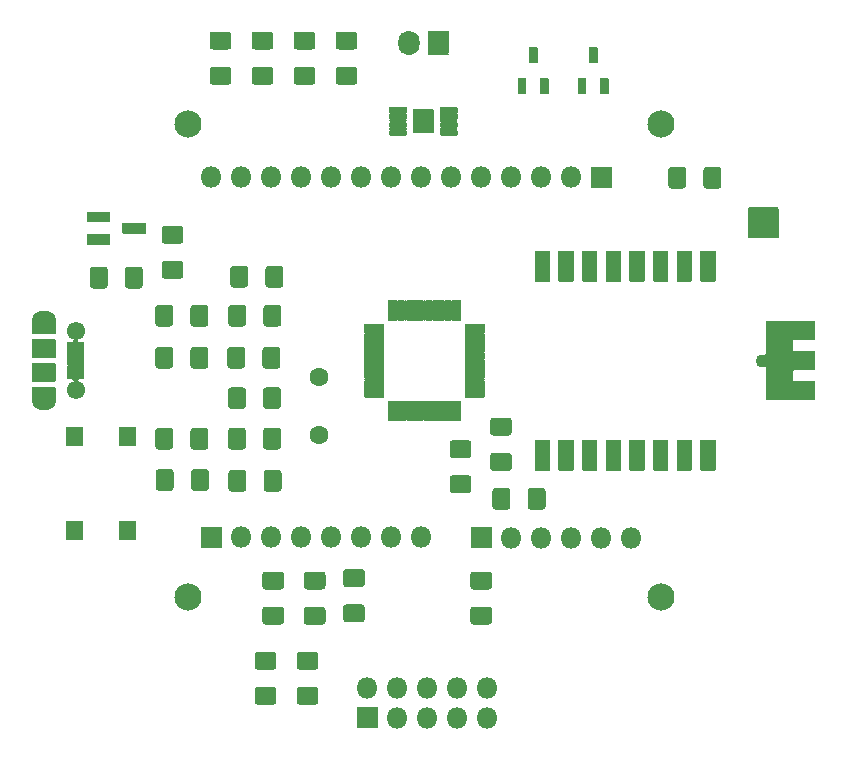
<source format=gts>
G04 #@! TF.GenerationSoftware,KiCad,Pcbnew,5.1.7+dfsg1-1~bpo10+1*
G04 #@! TF.CreationDate,2020-11-11T15:52:25-05:00*
G04 #@! TF.ProjectId,board,626f6172-642e-46b6-9963-61645f706362,rev?*
G04 #@! TF.SameCoordinates,Original*
G04 #@! TF.FileFunction,Soldermask,Top*
G04 #@! TF.FilePolarity,Negative*
%FSLAX46Y46*%
G04 Gerber Fmt 4.6, Leading zero omitted, Abs format (unit mm)*
G04 Created by KiCad (PCBNEW 5.1.7+dfsg1-1~bpo10+1) date 2020-11-11 15:52:25*
%MOMM*%
%LPD*%
G01*
G04 APERTURE LIST*
%ADD10O,1.801600X1.801600*%
%ADD11C,2.301600*%
%ADD12C,1.601600*%
%ADD13O,1.801600X2.101600*%
%ADD14C,1.101600*%
%ADD15O,2.001600X1.301600*%
%ADD16C,1.551600*%
%ADD17C,0.100000*%
G04 APERTURE END LIST*
G36*
G01*
X124417200Y-89196000D02*
X124417200Y-88396000D01*
G75*
G02*
X124468000Y-88345200I50800J0D01*
G01*
X126368000Y-88345200D01*
G75*
G02*
X126418800Y-88396000I0J-50800D01*
G01*
X126418800Y-89196000D01*
G75*
G02*
X126368000Y-89246800I-50800J0D01*
G01*
X124468000Y-89246800D01*
G75*
G02*
X124417200Y-89196000I0J50800D01*
G01*
G37*
G36*
G01*
X121417200Y-90146000D02*
X121417200Y-89346000D01*
G75*
G02*
X121468000Y-89295200I50800J0D01*
G01*
X123368000Y-89295200D01*
G75*
G02*
X123418800Y-89346000I0J-50800D01*
G01*
X123418800Y-90146000D01*
G75*
G02*
X123368000Y-90196800I-50800J0D01*
G01*
X121468000Y-90196800D01*
G75*
G02*
X121417200Y-90146000I0J50800D01*
G01*
G37*
G36*
G01*
X121417200Y-88246000D02*
X121417200Y-87446000D01*
G75*
G02*
X121468000Y-87395200I50800J0D01*
G01*
X123368000Y-87395200D01*
G75*
G02*
X123418800Y-87446000I0J-50800D01*
G01*
X123418800Y-88246000D01*
G75*
G02*
X123368000Y-88296800I-50800J0D01*
G01*
X121468000Y-88296800D01*
G75*
G02*
X121417200Y-88246000I0J50800D01*
G01*
G37*
G36*
G01*
X164136000Y-83559200D02*
X165836000Y-83559200D01*
G75*
G02*
X165886800Y-83610000I0J-50800D01*
G01*
X165886800Y-85310000D01*
G75*
G02*
X165836000Y-85360800I-50800J0D01*
G01*
X164136000Y-85360800D01*
G75*
G02*
X164085200Y-85310000I0J50800D01*
G01*
X164085200Y-83610000D01*
G75*
G02*
X164136000Y-83559200I50800J0D01*
G01*
G37*
D10*
X162446000Y-84460000D03*
X159906000Y-84460000D03*
X157366000Y-84460000D03*
X154826000Y-84460000D03*
X152286000Y-84460000D03*
X149746000Y-84460000D03*
X147206000Y-84460000D03*
X144666000Y-84460000D03*
X142126000Y-84460000D03*
X139586000Y-84460000D03*
X137046000Y-84460000D03*
X134506000Y-84460000D03*
X131966000Y-84460000D03*
D11*
X130000000Y-120000000D03*
X170000000Y-120000000D03*
X130000000Y-80000000D03*
X170000000Y-80000000D03*
G36*
G01*
X160600000Y-93300800D02*
X159400000Y-93300800D01*
G75*
G02*
X159349200Y-93250000I0J50800D01*
G01*
X159349200Y-90750000D01*
G75*
G02*
X159400000Y-90699200I50800J0D01*
G01*
X160600000Y-90699200D01*
G75*
G02*
X160650800Y-90750000I0J-50800D01*
G01*
X160650800Y-93250000D01*
G75*
G02*
X160600000Y-93300800I-50800J0D01*
G01*
G37*
G36*
G01*
X162600000Y-93300800D02*
X161400000Y-93300800D01*
G75*
G02*
X161349200Y-93250000I0J50800D01*
G01*
X161349200Y-90750000D01*
G75*
G02*
X161400000Y-90699200I50800J0D01*
G01*
X162600000Y-90699200D01*
G75*
G02*
X162650800Y-90750000I0J-50800D01*
G01*
X162650800Y-93250000D01*
G75*
G02*
X162600000Y-93300800I-50800J0D01*
G01*
G37*
G36*
G01*
X164600000Y-93300800D02*
X163400000Y-93300800D01*
G75*
G02*
X163349200Y-93250000I0J50800D01*
G01*
X163349200Y-90750000D01*
G75*
G02*
X163400000Y-90699200I50800J0D01*
G01*
X164600000Y-90699200D01*
G75*
G02*
X164650800Y-90750000I0J-50800D01*
G01*
X164650800Y-93250000D01*
G75*
G02*
X164600000Y-93300800I-50800J0D01*
G01*
G37*
G36*
G01*
X166600000Y-93300800D02*
X165400000Y-93300800D01*
G75*
G02*
X165349200Y-93250000I0J50800D01*
G01*
X165349200Y-90750000D01*
G75*
G02*
X165400000Y-90699200I50800J0D01*
G01*
X166600000Y-90699200D01*
G75*
G02*
X166650800Y-90750000I0J-50800D01*
G01*
X166650800Y-93250000D01*
G75*
G02*
X166600000Y-93300800I-50800J0D01*
G01*
G37*
G36*
G01*
X168600000Y-93300800D02*
X167400000Y-93300800D01*
G75*
G02*
X167349200Y-93250000I0J50800D01*
G01*
X167349200Y-90750000D01*
G75*
G02*
X167400000Y-90699200I50800J0D01*
G01*
X168600000Y-90699200D01*
G75*
G02*
X168650800Y-90750000I0J-50800D01*
G01*
X168650800Y-93250000D01*
G75*
G02*
X168600000Y-93300800I-50800J0D01*
G01*
G37*
G36*
G01*
X170600000Y-93300800D02*
X169400000Y-93300800D01*
G75*
G02*
X169349200Y-93250000I0J50800D01*
G01*
X169349200Y-90750000D01*
G75*
G02*
X169400000Y-90699200I50800J0D01*
G01*
X170600000Y-90699200D01*
G75*
G02*
X170650800Y-90750000I0J-50800D01*
G01*
X170650800Y-93250000D01*
G75*
G02*
X170600000Y-93300800I-50800J0D01*
G01*
G37*
G36*
G01*
X172600000Y-93300800D02*
X171400000Y-93300800D01*
G75*
G02*
X171349200Y-93250000I0J50800D01*
G01*
X171349200Y-90750000D01*
G75*
G02*
X171400000Y-90699200I50800J0D01*
G01*
X172600000Y-90699200D01*
G75*
G02*
X172650800Y-90750000I0J-50800D01*
G01*
X172650800Y-93250000D01*
G75*
G02*
X172600000Y-93300800I-50800J0D01*
G01*
G37*
G36*
G01*
X174600000Y-93300800D02*
X173400000Y-93300800D01*
G75*
G02*
X173349200Y-93250000I0J50800D01*
G01*
X173349200Y-90750000D01*
G75*
G02*
X173400000Y-90699200I50800J0D01*
G01*
X174600000Y-90699200D01*
G75*
G02*
X174650800Y-90750000I0J-50800D01*
G01*
X174650800Y-93250000D01*
G75*
G02*
X174600000Y-93300800I-50800J0D01*
G01*
G37*
G36*
G01*
X174600000Y-109300800D02*
X173400000Y-109300800D01*
G75*
G02*
X173349200Y-109250000I0J50800D01*
G01*
X173349200Y-106750000D01*
G75*
G02*
X173400000Y-106699200I50800J0D01*
G01*
X174600000Y-106699200D01*
G75*
G02*
X174650800Y-106750000I0J-50800D01*
G01*
X174650800Y-109250000D01*
G75*
G02*
X174600000Y-109300800I-50800J0D01*
G01*
G37*
G36*
G01*
X172600000Y-109300800D02*
X171400000Y-109300800D01*
G75*
G02*
X171349200Y-109250000I0J50800D01*
G01*
X171349200Y-106750000D01*
G75*
G02*
X171400000Y-106699200I50800J0D01*
G01*
X172600000Y-106699200D01*
G75*
G02*
X172650800Y-106750000I0J-50800D01*
G01*
X172650800Y-109250000D01*
G75*
G02*
X172600000Y-109300800I-50800J0D01*
G01*
G37*
G36*
G01*
X170600000Y-109300800D02*
X169400000Y-109300800D01*
G75*
G02*
X169349200Y-109250000I0J50800D01*
G01*
X169349200Y-106750000D01*
G75*
G02*
X169400000Y-106699200I50800J0D01*
G01*
X170600000Y-106699200D01*
G75*
G02*
X170650800Y-106750000I0J-50800D01*
G01*
X170650800Y-109250000D01*
G75*
G02*
X170600000Y-109300800I-50800J0D01*
G01*
G37*
G36*
G01*
X168600000Y-109300800D02*
X167400000Y-109300800D01*
G75*
G02*
X167349200Y-109250000I0J50800D01*
G01*
X167349200Y-106750000D01*
G75*
G02*
X167400000Y-106699200I50800J0D01*
G01*
X168600000Y-106699200D01*
G75*
G02*
X168650800Y-106750000I0J-50800D01*
G01*
X168650800Y-109250000D01*
G75*
G02*
X168600000Y-109300800I-50800J0D01*
G01*
G37*
G36*
G01*
X166600000Y-109300800D02*
X165400000Y-109300800D01*
G75*
G02*
X165349200Y-109250000I0J50800D01*
G01*
X165349200Y-106750000D01*
G75*
G02*
X165400000Y-106699200I50800J0D01*
G01*
X166600000Y-106699200D01*
G75*
G02*
X166650800Y-106750000I0J-50800D01*
G01*
X166650800Y-109250000D01*
G75*
G02*
X166600000Y-109300800I-50800J0D01*
G01*
G37*
G36*
G01*
X164600000Y-109300800D02*
X163400000Y-109300800D01*
G75*
G02*
X163349200Y-109250000I0J50800D01*
G01*
X163349200Y-106750000D01*
G75*
G02*
X163400000Y-106699200I50800J0D01*
G01*
X164600000Y-106699200D01*
G75*
G02*
X164650800Y-106750000I0J-50800D01*
G01*
X164650800Y-109250000D01*
G75*
G02*
X164600000Y-109300800I-50800J0D01*
G01*
G37*
G36*
G01*
X162600000Y-109300800D02*
X161400000Y-109300800D01*
G75*
G02*
X161349200Y-109250000I0J50800D01*
G01*
X161349200Y-106750000D01*
G75*
G02*
X161400000Y-106699200I50800J0D01*
G01*
X162600000Y-106699200D01*
G75*
G02*
X162650800Y-106750000I0J-50800D01*
G01*
X162650800Y-109250000D01*
G75*
G02*
X162600000Y-109300800I-50800J0D01*
G01*
G37*
G36*
G01*
X160600000Y-109300800D02*
X159400000Y-109300800D01*
G75*
G02*
X159349200Y-109250000I0J50800D01*
G01*
X159349200Y-106750000D01*
G75*
G02*
X159400000Y-106699200I50800J0D01*
G01*
X160600000Y-106699200D01*
G75*
G02*
X160650800Y-106750000I0J-50800D01*
G01*
X160650800Y-109250000D01*
G75*
G02*
X160600000Y-109300800I-50800J0D01*
G01*
G37*
G36*
G01*
X149021200Y-80658000D02*
X149021200Y-78778000D01*
G75*
G02*
X149072000Y-78727200I50800J0D01*
G01*
X150752000Y-78727200D01*
G75*
G02*
X150802800Y-78778000I0J-50800D01*
G01*
X150802800Y-80658000D01*
G75*
G02*
X150752000Y-80708800I-50800J0D01*
G01*
X149072000Y-80708800D01*
G75*
G02*
X149021200Y-80658000I0J50800D01*
G01*
G37*
G36*
G01*
X151286200Y-78868400D02*
X151286200Y-78617600D01*
G75*
G02*
X151411600Y-78492200I125400J0D01*
G01*
X152712400Y-78492200D01*
G75*
G02*
X152837800Y-78617600I0J-125400D01*
G01*
X152837800Y-78868400D01*
G75*
G02*
X152712400Y-78993800I-125400J0D01*
G01*
X151411600Y-78993800D01*
G75*
G02*
X151286200Y-78868400I0J125400D01*
G01*
G37*
G36*
G01*
X151286200Y-79518400D02*
X151286200Y-79267600D01*
G75*
G02*
X151411600Y-79142200I125400J0D01*
G01*
X152712400Y-79142200D01*
G75*
G02*
X152837800Y-79267600I0J-125400D01*
G01*
X152837800Y-79518400D01*
G75*
G02*
X152712400Y-79643800I-125400J0D01*
G01*
X151411600Y-79643800D01*
G75*
G02*
X151286200Y-79518400I0J125400D01*
G01*
G37*
G36*
G01*
X151286200Y-80168400D02*
X151286200Y-79917600D01*
G75*
G02*
X151411600Y-79792200I125400J0D01*
G01*
X152712400Y-79792200D01*
G75*
G02*
X152837800Y-79917600I0J-125400D01*
G01*
X152837800Y-80168400D01*
G75*
G02*
X152712400Y-80293800I-125400J0D01*
G01*
X151411600Y-80293800D01*
G75*
G02*
X151286200Y-80168400I0J125400D01*
G01*
G37*
G36*
G01*
X151286200Y-80818400D02*
X151286200Y-80567600D01*
G75*
G02*
X151411600Y-80442200I125400J0D01*
G01*
X152712400Y-80442200D01*
G75*
G02*
X152837800Y-80567600I0J-125400D01*
G01*
X152837800Y-80818400D01*
G75*
G02*
X152712400Y-80943800I-125400J0D01*
G01*
X151411600Y-80943800D01*
G75*
G02*
X151286200Y-80818400I0J125400D01*
G01*
G37*
G36*
G01*
X146986200Y-80818400D02*
X146986200Y-80567600D01*
G75*
G02*
X147111600Y-80442200I125400J0D01*
G01*
X148412400Y-80442200D01*
G75*
G02*
X148537800Y-80567600I0J-125400D01*
G01*
X148537800Y-80818400D01*
G75*
G02*
X148412400Y-80943800I-125400J0D01*
G01*
X147111600Y-80943800D01*
G75*
G02*
X146986200Y-80818400I0J125400D01*
G01*
G37*
G36*
G01*
X146986200Y-80168400D02*
X146986200Y-79917600D01*
G75*
G02*
X147111600Y-79792200I125400J0D01*
G01*
X148412400Y-79792200D01*
G75*
G02*
X148537800Y-79917600I0J-125400D01*
G01*
X148537800Y-80168400D01*
G75*
G02*
X148412400Y-80293800I-125400J0D01*
G01*
X147111600Y-80293800D01*
G75*
G02*
X146986200Y-80168400I0J125400D01*
G01*
G37*
G36*
G01*
X146986200Y-79518400D02*
X146986200Y-79267600D01*
G75*
G02*
X147111600Y-79142200I125400J0D01*
G01*
X148412400Y-79142200D01*
G75*
G02*
X148537800Y-79267600I0J-125400D01*
G01*
X148537800Y-79518400D01*
G75*
G02*
X148412400Y-79643800I-125400J0D01*
G01*
X147111600Y-79643800D01*
G75*
G02*
X146986200Y-79518400I0J125400D01*
G01*
G37*
G36*
G01*
X146986200Y-78868400D02*
X146986200Y-78617600D01*
G75*
G02*
X147111600Y-78492200I125400J0D01*
G01*
X148412400Y-78492200D01*
G75*
G02*
X148537800Y-78617600I0J-125400D01*
G01*
X148537800Y-78868400D01*
G75*
G02*
X148412400Y-78993800I-125400J0D01*
G01*
X147111600Y-78993800D01*
G75*
G02*
X146986200Y-78868400I0J125400D01*
G01*
G37*
G36*
G01*
X132070024Y-75106700D02*
X133385976Y-75106700D01*
G75*
G02*
X133653800Y-75374524I0J-267824D01*
G01*
X133653800Y-76365476D01*
G75*
G02*
X133385976Y-76633300I-267824J0D01*
G01*
X132070024Y-76633300D01*
G75*
G02*
X131802200Y-76365476I0J267824D01*
G01*
X131802200Y-75374524D01*
G75*
G02*
X132070024Y-75106700I267824J0D01*
G01*
G37*
G36*
G01*
X132070024Y-72131700D02*
X133385976Y-72131700D01*
G75*
G02*
X133653800Y-72399524I0J-267824D01*
G01*
X133653800Y-73390476D01*
G75*
G02*
X133385976Y-73658300I-267824J0D01*
G01*
X132070024Y-73658300D01*
G75*
G02*
X131802200Y-73390476I0J267824D01*
G01*
X131802200Y-72399524D01*
G75*
G02*
X132070024Y-72131700I267824J0D01*
G01*
G37*
D12*
X141110000Y-106277000D03*
X141110000Y-101397000D03*
G36*
G01*
X143373024Y-120626700D02*
X144688976Y-120626700D01*
G75*
G02*
X144956800Y-120894524I0J-267824D01*
G01*
X144956800Y-121885476D01*
G75*
G02*
X144688976Y-122153300I-267824J0D01*
G01*
X143373024Y-122153300D01*
G75*
G02*
X143105200Y-121885476I0J267824D01*
G01*
X143105200Y-120894524D01*
G75*
G02*
X143373024Y-120626700I267824J0D01*
G01*
G37*
G36*
G01*
X143373024Y-117651700D02*
X144688976Y-117651700D01*
G75*
G02*
X144956800Y-117919524I0J-267824D01*
G01*
X144956800Y-118910476D01*
G75*
G02*
X144688976Y-119178300I-267824J0D01*
G01*
X143373024Y-119178300D01*
G75*
G02*
X143105200Y-118910476I0J267824D01*
G01*
X143105200Y-117919524D01*
G75*
G02*
X143373024Y-117651700I267824J0D01*
G01*
G37*
G36*
G01*
X135880024Y-127611700D02*
X137195976Y-127611700D01*
G75*
G02*
X137463800Y-127879524I0J-267824D01*
G01*
X137463800Y-128870476D01*
G75*
G02*
X137195976Y-129138300I-267824J0D01*
G01*
X135880024Y-129138300D01*
G75*
G02*
X135612200Y-128870476I0J267824D01*
G01*
X135612200Y-127879524D01*
G75*
G02*
X135880024Y-127611700I267824J0D01*
G01*
G37*
G36*
G01*
X135880024Y-124636700D02*
X137195976Y-124636700D01*
G75*
G02*
X137463800Y-124904524I0J-267824D01*
G01*
X137463800Y-125895476D01*
G75*
G02*
X137195976Y-126163300I-267824J0D01*
G01*
X135880024Y-126163300D01*
G75*
G02*
X135612200Y-125895476I0J267824D01*
G01*
X135612200Y-124904524D01*
G75*
G02*
X135880024Y-124636700I267824J0D01*
G01*
G37*
G36*
G01*
X155819024Y-107799700D02*
X157134976Y-107799700D01*
G75*
G02*
X157402800Y-108067524I0J-267824D01*
G01*
X157402800Y-109058476D01*
G75*
G02*
X157134976Y-109326300I-267824J0D01*
G01*
X155819024Y-109326300D01*
G75*
G02*
X155551200Y-109058476I0J267824D01*
G01*
X155551200Y-108067524D01*
G75*
G02*
X155819024Y-107799700I267824J0D01*
G01*
G37*
G36*
G01*
X155819024Y-104824700D02*
X157134976Y-104824700D01*
G75*
G02*
X157402800Y-105092524I0J-267824D01*
G01*
X157402800Y-106083476D01*
G75*
G02*
X157134976Y-106351300I-267824J0D01*
G01*
X155819024Y-106351300D01*
G75*
G02*
X155551200Y-106083476I0J267824D01*
G01*
X155551200Y-105092524D01*
G75*
G02*
X155819024Y-104824700I267824J0D01*
G01*
G37*
G36*
G01*
X140497976Y-73658300D02*
X139182024Y-73658300D01*
G75*
G02*
X138914200Y-73390476I0J267824D01*
G01*
X138914200Y-72399524D01*
G75*
G02*
X139182024Y-72131700I267824J0D01*
G01*
X140497976Y-72131700D01*
G75*
G02*
X140765800Y-72399524I0J-267824D01*
G01*
X140765800Y-73390476D01*
G75*
G02*
X140497976Y-73658300I-267824J0D01*
G01*
G37*
G36*
G01*
X140497976Y-76633300D02*
X139182024Y-76633300D01*
G75*
G02*
X138914200Y-76365476I0J267824D01*
G01*
X138914200Y-75374524D01*
G75*
G02*
X139182024Y-75106700I267824J0D01*
G01*
X140497976Y-75106700D01*
G75*
G02*
X140765800Y-75374524I0J-267824D01*
G01*
X140765800Y-76365476D01*
G75*
G02*
X140497976Y-76633300I-267824J0D01*
G01*
G37*
G36*
G01*
X144053976Y-73658300D02*
X142738024Y-73658300D01*
G75*
G02*
X142470200Y-73390476I0J267824D01*
G01*
X142470200Y-72399524D01*
G75*
G02*
X142738024Y-72131700I267824J0D01*
G01*
X144053976Y-72131700D01*
G75*
G02*
X144321800Y-72399524I0J-267824D01*
G01*
X144321800Y-73390476D01*
G75*
G02*
X144053976Y-73658300I-267824J0D01*
G01*
G37*
G36*
G01*
X144053976Y-76633300D02*
X142738024Y-76633300D01*
G75*
G02*
X142470200Y-76365476I0J267824D01*
G01*
X142470200Y-75374524D01*
G75*
G02*
X142738024Y-75106700I267824J0D01*
G01*
X144053976Y-75106700D01*
G75*
G02*
X144321800Y-75374524I0J-267824D01*
G01*
X144321800Y-76365476D01*
G75*
G02*
X144053976Y-76633300I-267824J0D01*
G01*
G37*
G36*
G01*
X136536700Y-93545976D02*
X136536700Y-92230024D01*
G75*
G02*
X136804524Y-91962200I267824J0D01*
G01*
X137795476Y-91962200D01*
G75*
G02*
X138063300Y-92230024I0J-267824D01*
G01*
X138063300Y-93545976D01*
G75*
G02*
X137795476Y-93813800I-267824J0D01*
G01*
X136804524Y-93813800D01*
G75*
G02*
X136536700Y-93545976I0J267824D01*
G01*
G37*
G36*
G01*
X133561700Y-93545976D02*
X133561700Y-92230024D01*
G75*
G02*
X133829524Y-91962200I267824J0D01*
G01*
X134820476Y-91962200D01*
G75*
G02*
X135088300Y-92230024I0J-267824D01*
G01*
X135088300Y-93545976D01*
G75*
G02*
X134820476Y-93813800I-267824J0D01*
G01*
X133829524Y-93813800D01*
G75*
G02*
X133561700Y-93545976I0J267824D01*
G01*
G37*
G36*
G01*
X123190000Y-92306224D02*
X123190000Y-93622176D01*
G75*
G02*
X122922176Y-93890000I-267824J0D01*
G01*
X121931224Y-93890000D01*
G75*
G02*
X121663400Y-93622176I0J267824D01*
G01*
X121663400Y-92306224D01*
G75*
G02*
X121931224Y-92038400I267824J0D01*
G01*
X122922176Y-92038400D01*
G75*
G02*
X123190000Y-92306224I0J-267824D01*
G01*
G37*
G36*
G01*
X126165000Y-92306224D02*
X126165000Y-93622176D01*
G75*
G02*
X125897176Y-93890000I-267824J0D01*
G01*
X124906224Y-93890000D01*
G75*
G02*
X124638400Y-93622176I0J267824D01*
G01*
X124638400Y-92306224D01*
G75*
G02*
X124906224Y-92038400I267824J0D01*
G01*
X125897176Y-92038400D01*
G75*
G02*
X126165000Y-92306224I0J-267824D01*
G01*
G37*
G36*
G01*
X154142024Y-120824200D02*
X155457976Y-120824200D01*
G75*
G02*
X155725800Y-121092024I0J-267824D01*
G01*
X155725800Y-122082976D01*
G75*
G02*
X155457976Y-122350800I-267824J0D01*
G01*
X154142024Y-122350800D01*
G75*
G02*
X153874200Y-122082976I0J267824D01*
G01*
X153874200Y-121092024D01*
G75*
G02*
X154142024Y-120824200I267824J0D01*
G01*
G37*
G36*
G01*
X154142024Y-117849200D02*
X155457976Y-117849200D01*
G75*
G02*
X155725800Y-118117024I0J-267824D01*
G01*
X155725800Y-119107976D01*
G75*
G02*
X155457976Y-119375800I-267824J0D01*
G01*
X154142024Y-119375800D01*
G75*
G02*
X153874200Y-119107976I0J267824D01*
G01*
X153874200Y-118117024D01*
G75*
G02*
X154142024Y-117849200I267824J0D01*
G01*
G37*
G36*
G01*
X128775800Y-109442024D02*
X128775800Y-110757976D01*
G75*
G02*
X128507976Y-111025800I-267824J0D01*
G01*
X127517024Y-111025800D01*
G75*
G02*
X127249200Y-110757976I0J267824D01*
G01*
X127249200Y-109442024D01*
G75*
G02*
X127517024Y-109174200I267824J0D01*
G01*
X128507976Y-109174200D01*
G75*
G02*
X128775800Y-109442024I0J-267824D01*
G01*
G37*
G36*
G01*
X131750800Y-109442024D02*
X131750800Y-110757976D01*
G75*
G02*
X131482976Y-111025800I-267824J0D01*
G01*
X130492024Y-111025800D01*
G75*
G02*
X130224200Y-110757976I0J267824D01*
G01*
X130224200Y-109442024D01*
G75*
G02*
X130492024Y-109174200I267824J0D01*
G01*
X131482976Y-109174200D01*
G75*
G02*
X131750800Y-109442024I0J-267824D01*
G01*
G37*
G36*
G01*
X152390024Y-109704700D02*
X153705976Y-109704700D01*
G75*
G02*
X153973800Y-109972524I0J-267824D01*
G01*
X153973800Y-110963476D01*
G75*
G02*
X153705976Y-111231300I-267824J0D01*
G01*
X152390024Y-111231300D01*
G75*
G02*
X152122200Y-110963476I0J267824D01*
G01*
X152122200Y-109972524D01*
G75*
G02*
X152390024Y-109704700I267824J0D01*
G01*
G37*
G36*
G01*
X152390024Y-106729700D02*
X153705976Y-106729700D01*
G75*
G02*
X153973800Y-106997524I0J-267824D01*
G01*
X153973800Y-107988476D01*
G75*
G02*
X153705976Y-108256300I-267824J0D01*
G01*
X152390024Y-108256300D01*
G75*
G02*
X152122200Y-107988476I0J267824D01*
G01*
X152122200Y-106997524D01*
G75*
G02*
X152390024Y-106729700I267824J0D01*
G01*
G37*
G36*
G01*
X136941976Y-73658300D02*
X135626024Y-73658300D01*
G75*
G02*
X135358200Y-73390476I0J267824D01*
G01*
X135358200Y-72399524D01*
G75*
G02*
X135626024Y-72131700I267824J0D01*
G01*
X136941976Y-72131700D01*
G75*
G02*
X137209800Y-72399524I0J-267824D01*
G01*
X137209800Y-73390476D01*
G75*
G02*
X136941976Y-73658300I-267824J0D01*
G01*
G37*
G36*
G01*
X136941976Y-76633300D02*
X135626024Y-76633300D01*
G75*
G02*
X135358200Y-76365476I0J267824D01*
G01*
X135358200Y-75374524D01*
G75*
G02*
X135626024Y-75106700I267824J0D01*
G01*
X136941976Y-75106700D01*
G75*
G02*
X137209800Y-75374524I0J-267824D01*
G01*
X137209800Y-76365476D01*
G75*
G02*
X136941976Y-76633300I-267824J0D01*
G01*
G37*
G36*
G01*
X136336700Y-107261976D02*
X136336700Y-105946024D01*
G75*
G02*
X136604524Y-105678200I267824J0D01*
G01*
X137595476Y-105678200D01*
G75*
G02*
X137863300Y-105946024I0J-267824D01*
G01*
X137863300Y-107261976D01*
G75*
G02*
X137595476Y-107529800I-267824J0D01*
G01*
X136604524Y-107529800D01*
G75*
G02*
X136336700Y-107261976I0J267824D01*
G01*
G37*
G36*
G01*
X133361700Y-107261976D02*
X133361700Y-105946024D01*
G75*
G02*
X133629524Y-105678200I267824J0D01*
G01*
X134620476Y-105678200D01*
G75*
G02*
X134888300Y-105946024I0J-267824D01*
G01*
X134888300Y-107261976D01*
G75*
G02*
X134620476Y-107529800I-267824J0D01*
G01*
X133629524Y-107529800D01*
G75*
G02*
X133361700Y-107261976I0J267824D01*
G01*
G37*
G36*
G01*
X140042024Y-120824200D02*
X141357976Y-120824200D01*
G75*
G02*
X141625800Y-121092024I0J-267824D01*
G01*
X141625800Y-122082976D01*
G75*
G02*
X141357976Y-122350800I-267824J0D01*
G01*
X140042024Y-122350800D01*
G75*
G02*
X139774200Y-122082976I0J267824D01*
G01*
X139774200Y-121092024D01*
G75*
G02*
X140042024Y-120824200I267824J0D01*
G01*
G37*
G36*
G01*
X140042024Y-117849200D02*
X141357976Y-117849200D01*
G75*
G02*
X141625800Y-118117024I0J-267824D01*
G01*
X141625800Y-119107976D01*
G75*
G02*
X141357976Y-119375800I-267824J0D01*
G01*
X140042024Y-119375800D01*
G75*
G02*
X139774200Y-119107976I0J267824D01*
G01*
X139774200Y-118117024D01*
G75*
G02*
X140042024Y-117849200I267824J0D01*
G01*
G37*
G36*
G01*
X130186700Y-107261976D02*
X130186700Y-105946024D01*
G75*
G02*
X130454524Y-105678200I267824J0D01*
G01*
X131445476Y-105678200D01*
G75*
G02*
X131713300Y-105946024I0J-267824D01*
G01*
X131713300Y-107261976D01*
G75*
G02*
X131445476Y-107529800I-267824J0D01*
G01*
X130454524Y-107529800D01*
G75*
G02*
X130186700Y-107261976I0J267824D01*
G01*
G37*
G36*
G01*
X127211700Y-107261976D02*
X127211700Y-105946024D01*
G75*
G02*
X127479524Y-105678200I267824J0D01*
G01*
X128470476Y-105678200D01*
G75*
G02*
X128738300Y-105946024I0J-267824D01*
G01*
X128738300Y-107261976D01*
G75*
G02*
X128470476Y-107529800I-267824J0D01*
G01*
X127479524Y-107529800D01*
G75*
G02*
X127211700Y-107261976I0J267824D01*
G01*
G37*
G36*
G01*
X140751976Y-126163300D02*
X139436024Y-126163300D01*
G75*
G02*
X139168200Y-125895476I0J267824D01*
G01*
X139168200Y-124904524D01*
G75*
G02*
X139436024Y-124636700I267824J0D01*
G01*
X140751976Y-124636700D01*
G75*
G02*
X141019800Y-124904524I0J-267824D01*
G01*
X141019800Y-125895476D01*
G75*
G02*
X140751976Y-126163300I-267824J0D01*
G01*
G37*
G36*
G01*
X140751976Y-129138300D02*
X139436024Y-129138300D01*
G75*
G02*
X139168200Y-128870476I0J267824D01*
G01*
X139168200Y-127879524D01*
G75*
G02*
X139436024Y-127611700I267824J0D01*
G01*
X140751976Y-127611700D01*
G75*
G02*
X141019800Y-127879524I0J-267824D01*
G01*
X141019800Y-128870476D01*
G75*
G02*
X140751976Y-129138300I-267824J0D01*
G01*
G37*
G36*
G01*
X134834300Y-99088024D02*
X134834300Y-100403976D01*
G75*
G02*
X134566476Y-100671800I-267824J0D01*
G01*
X133575524Y-100671800D01*
G75*
G02*
X133307700Y-100403976I0J267824D01*
G01*
X133307700Y-99088024D01*
G75*
G02*
X133575524Y-98820200I267824J0D01*
G01*
X134566476Y-98820200D01*
G75*
G02*
X134834300Y-99088024I0J-267824D01*
G01*
G37*
G36*
G01*
X137809300Y-99088024D02*
X137809300Y-100403976D01*
G75*
G02*
X137541476Y-100671800I-267824J0D01*
G01*
X136550524Y-100671800D01*
G75*
G02*
X136282700Y-100403976I0J267824D01*
G01*
X136282700Y-99088024D01*
G75*
G02*
X136550524Y-98820200I267824J0D01*
G01*
X137541476Y-98820200D01*
G75*
G02*
X137809300Y-99088024I0J-267824D01*
G01*
G37*
G36*
G01*
X159535000Y-74799800D02*
X158885000Y-74799800D01*
G75*
G02*
X158834200Y-74749000I0J50800D01*
G01*
X158834200Y-73529000D01*
G75*
G02*
X158885000Y-73478200I50800J0D01*
G01*
X159535000Y-73478200D01*
G75*
G02*
X159585800Y-73529000I0J-50800D01*
G01*
X159585800Y-74749000D01*
G75*
G02*
X159535000Y-74799800I-50800J0D01*
G01*
G37*
G36*
G01*
X160485000Y-77419800D02*
X159835000Y-77419800D01*
G75*
G02*
X159784200Y-77369000I0J50800D01*
G01*
X159784200Y-76149000D01*
G75*
G02*
X159835000Y-76098200I50800J0D01*
G01*
X160485000Y-76098200D01*
G75*
G02*
X160535800Y-76149000I0J-50800D01*
G01*
X160535800Y-77369000D01*
G75*
G02*
X160485000Y-77419800I-50800J0D01*
G01*
G37*
G36*
G01*
X158585000Y-77419800D02*
X157935000Y-77419800D01*
G75*
G02*
X157884200Y-77369000I0J50800D01*
G01*
X157884200Y-76149000D01*
G75*
G02*
X157935000Y-76098200I50800J0D01*
G01*
X158585000Y-76098200D01*
G75*
G02*
X158635800Y-76149000I0J-50800D01*
G01*
X158635800Y-77369000D01*
G75*
G02*
X158585000Y-77419800I-50800J0D01*
G01*
G37*
G36*
G01*
X128006024Y-91543700D02*
X129321976Y-91543700D01*
G75*
G02*
X129589800Y-91811524I0J-267824D01*
G01*
X129589800Y-92802476D01*
G75*
G02*
X129321976Y-93070300I-267824J0D01*
G01*
X128006024Y-93070300D01*
G75*
G02*
X127738200Y-92802476I0J267824D01*
G01*
X127738200Y-91811524D01*
G75*
G02*
X128006024Y-91543700I267824J0D01*
G01*
G37*
G36*
G01*
X128006024Y-88568700D02*
X129321976Y-88568700D01*
G75*
G02*
X129589800Y-88836524I0J-267824D01*
G01*
X129589800Y-89827476D01*
G75*
G02*
X129321976Y-90095300I-267824J0D01*
G01*
X128006024Y-90095300D01*
G75*
G02*
X127738200Y-89827476I0J267824D01*
G01*
X127738200Y-88836524D01*
G75*
G02*
X128006024Y-88568700I267824J0D01*
G01*
G37*
G36*
G01*
X164615000Y-74799800D02*
X163965000Y-74799800D01*
G75*
G02*
X163914200Y-74749000I0J50800D01*
G01*
X163914200Y-73529000D01*
G75*
G02*
X163965000Y-73478200I50800J0D01*
G01*
X164615000Y-73478200D01*
G75*
G02*
X164665800Y-73529000I0J-50800D01*
G01*
X164665800Y-74749000D01*
G75*
G02*
X164615000Y-74799800I-50800J0D01*
G01*
G37*
G36*
G01*
X165565000Y-77419800D02*
X164915000Y-77419800D01*
G75*
G02*
X164864200Y-77369000I0J50800D01*
G01*
X164864200Y-76149000D01*
G75*
G02*
X164915000Y-76098200I50800J0D01*
G01*
X165565000Y-76098200D01*
G75*
G02*
X165615800Y-76149000I0J-50800D01*
G01*
X165615800Y-77369000D01*
G75*
G02*
X165565000Y-77419800I-50800J0D01*
G01*
G37*
G36*
G01*
X163665000Y-77419800D02*
X163015000Y-77419800D01*
G75*
G02*
X162964200Y-77369000I0J50800D01*
G01*
X162964200Y-76149000D01*
G75*
G02*
X163015000Y-76098200I50800J0D01*
G01*
X163665000Y-76098200D01*
G75*
G02*
X163715800Y-76149000I0J-50800D01*
G01*
X163715800Y-77369000D01*
G75*
G02*
X163665000Y-77419800I-50800J0D01*
G01*
G37*
G36*
G01*
X136336700Y-103832976D02*
X136336700Y-102517024D01*
G75*
G02*
X136604524Y-102249200I267824J0D01*
G01*
X137595476Y-102249200D01*
G75*
G02*
X137863300Y-102517024I0J-267824D01*
G01*
X137863300Y-103832976D01*
G75*
G02*
X137595476Y-104100800I-267824J0D01*
G01*
X136604524Y-104100800D01*
G75*
G02*
X136336700Y-103832976I0J267824D01*
G01*
G37*
G36*
G01*
X133361700Y-103832976D02*
X133361700Y-102517024D01*
G75*
G02*
X133629524Y-102249200I267824J0D01*
G01*
X134620476Y-102249200D01*
G75*
G02*
X134888300Y-102517024I0J-267824D01*
G01*
X134888300Y-103832976D01*
G75*
G02*
X134620476Y-104100800I-267824J0D01*
G01*
X133629524Y-104100800D01*
G75*
G02*
X133361700Y-103832976I0J267824D01*
G01*
G37*
G36*
G01*
X136542024Y-120824200D02*
X137857976Y-120824200D01*
G75*
G02*
X138125800Y-121092024I0J-267824D01*
G01*
X138125800Y-122082976D01*
G75*
G02*
X137857976Y-122350800I-267824J0D01*
G01*
X136542024Y-122350800D01*
G75*
G02*
X136274200Y-122082976I0J267824D01*
G01*
X136274200Y-121092024D01*
G75*
G02*
X136542024Y-120824200I267824J0D01*
G01*
G37*
G36*
G01*
X136542024Y-117849200D02*
X137857976Y-117849200D01*
G75*
G02*
X138125800Y-118117024I0J-267824D01*
G01*
X138125800Y-119107976D01*
G75*
G02*
X137857976Y-119375800I-267824J0D01*
G01*
X136542024Y-119375800D01*
G75*
G02*
X136274200Y-119107976I0J267824D01*
G01*
X136274200Y-118117024D01*
G75*
G02*
X136542024Y-117849200I267824J0D01*
G01*
G37*
G36*
G01*
X130186700Y-96847976D02*
X130186700Y-95532024D01*
G75*
G02*
X130454524Y-95264200I267824J0D01*
G01*
X131445476Y-95264200D01*
G75*
G02*
X131713300Y-95532024I0J-267824D01*
G01*
X131713300Y-96847976D01*
G75*
G02*
X131445476Y-97115800I-267824J0D01*
G01*
X130454524Y-97115800D01*
G75*
G02*
X130186700Y-96847976I0J267824D01*
G01*
G37*
G36*
G01*
X127211700Y-96847976D02*
X127211700Y-95532024D01*
G75*
G02*
X127479524Y-95264200I267824J0D01*
G01*
X128470476Y-95264200D01*
G75*
G02*
X128738300Y-95532024I0J-267824D01*
G01*
X128738300Y-96847976D01*
G75*
G02*
X128470476Y-97115800I-267824J0D01*
G01*
X127479524Y-97115800D01*
G75*
G02*
X127211700Y-96847976I0J267824D01*
G01*
G37*
G36*
G01*
X130186700Y-100403976D02*
X130186700Y-99088024D01*
G75*
G02*
X130454524Y-98820200I267824J0D01*
G01*
X131445476Y-98820200D01*
G75*
G02*
X131713300Y-99088024I0J-267824D01*
G01*
X131713300Y-100403976D01*
G75*
G02*
X131445476Y-100671800I-267824J0D01*
G01*
X130454524Y-100671800D01*
G75*
G02*
X130186700Y-100403976I0J267824D01*
G01*
G37*
G36*
G01*
X127211700Y-100403976D02*
X127211700Y-99088024D01*
G75*
G02*
X127479524Y-98820200I267824J0D01*
G01*
X128470476Y-98820200D01*
G75*
G02*
X128738300Y-99088024I0J-267824D01*
G01*
X128738300Y-100403976D01*
G75*
G02*
X128470476Y-100671800I-267824J0D01*
G01*
X127479524Y-100671800D01*
G75*
G02*
X127211700Y-100403976I0J267824D01*
G01*
G37*
G36*
G01*
X173620700Y-85163976D02*
X173620700Y-83848024D01*
G75*
G02*
X173888524Y-83580200I267824J0D01*
G01*
X174879476Y-83580200D01*
G75*
G02*
X175147300Y-83848024I0J-267824D01*
G01*
X175147300Y-85163976D01*
G75*
G02*
X174879476Y-85431800I-267824J0D01*
G01*
X173888524Y-85431800D01*
G75*
G02*
X173620700Y-85163976I0J267824D01*
G01*
G37*
G36*
G01*
X170645700Y-85163976D02*
X170645700Y-83848024D01*
G75*
G02*
X170913524Y-83580200I267824J0D01*
G01*
X171904476Y-83580200D01*
G75*
G02*
X172172300Y-83848024I0J-267824D01*
G01*
X172172300Y-85163976D01*
G75*
G02*
X171904476Y-85431800I-267824J0D01*
G01*
X170913524Y-85431800D01*
G75*
G02*
X170645700Y-85163976I0J267824D01*
G01*
G37*
G36*
G01*
X134924800Y-109502024D02*
X134924800Y-110817976D01*
G75*
G02*
X134656976Y-111085800I-267824J0D01*
G01*
X133666024Y-111085800D01*
G75*
G02*
X133398200Y-110817976I0J267824D01*
G01*
X133398200Y-109502024D01*
G75*
G02*
X133666024Y-109234200I267824J0D01*
G01*
X134656976Y-109234200D01*
G75*
G02*
X134924800Y-109502024I0J-267824D01*
G01*
G37*
G36*
G01*
X137899800Y-109502024D02*
X137899800Y-110817976D01*
G75*
G02*
X137631976Y-111085800I-267824J0D01*
G01*
X136641024Y-111085800D01*
G75*
G02*
X136373200Y-110817976I0J267824D01*
G01*
X136373200Y-109502024D01*
G75*
G02*
X136641024Y-109234200I267824J0D01*
G01*
X137631976Y-109234200D01*
G75*
G02*
X137899800Y-109502024I0J-267824D01*
G01*
G37*
D13*
X148668400Y-73101400D03*
G36*
G01*
X152069200Y-72315541D02*
X152069200Y-73887259D01*
G75*
G02*
X151804259Y-74152200I-264941J0D01*
G01*
X150532541Y-74152200D01*
G75*
G02*
X150267600Y-73887259I0J264941D01*
G01*
X150267600Y-72315541D01*
G75*
G02*
X150532541Y-72050600I264941J0D01*
G01*
X151804259Y-72050600D01*
G75*
G02*
X152069200Y-72315541I0J-264941D01*
G01*
G37*
D10*
X155334000Y-127686000D03*
X155334000Y-130226000D03*
X152794000Y-127686000D03*
X152794000Y-130226000D03*
X150254000Y-127686000D03*
X150254000Y-130226000D03*
X147714000Y-127686000D03*
X147714000Y-130226000D03*
X145174000Y-127686000D03*
G36*
G01*
X146024000Y-131126800D02*
X144324000Y-131126800D01*
G75*
G02*
X144273200Y-131076000I0J50800D01*
G01*
X144273200Y-129376000D01*
G75*
G02*
X144324000Y-129325200I50800J0D01*
G01*
X146024000Y-129325200D01*
G75*
G02*
X146074800Y-129376000I0J-50800D01*
G01*
X146074800Y-131076000D01*
G75*
G02*
X146024000Y-131126800I-50800J0D01*
G01*
G37*
D14*
X178550000Y-100000000D03*
G36*
G01*
X178970000Y-97894200D02*
X181170000Y-97894200D01*
G75*
G02*
X181220800Y-97945000I0J-50800D01*
G01*
X181220800Y-98995000D01*
G75*
G02*
X181170000Y-99045800I-50800J0D01*
G01*
X178970000Y-99045800D01*
G75*
G02*
X178919200Y-98995000I0J50800D01*
G01*
X178919200Y-97945000D01*
G75*
G02*
X178970000Y-97894200I50800J0D01*
G01*
G37*
G36*
G01*
X178970000Y-100954200D02*
X181170000Y-100954200D01*
G75*
G02*
X181220800Y-101005000I0J-50800D01*
G01*
X181220800Y-102055000D01*
G75*
G02*
X181170000Y-102105800I-50800J0D01*
G01*
X178970000Y-102105800D01*
G75*
G02*
X178919200Y-102055000I0J50800D01*
G01*
X178919200Y-101005000D01*
G75*
G02*
X178970000Y-100954200I50800J0D01*
G01*
G37*
G36*
G01*
X178968000Y-99187200D02*
X183032000Y-99187200D01*
G75*
G02*
X183082800Y-99238000I0J-50800D01*
G01*
X183082800Y-100762000D01*
G75*
G02*
X183032000Y-100812800I-50800J0D01*
G01*
X178968000Y-100812800D01*
G75*
G02*
X178917200Y-100762000I0J50800D01*
G01*
X178917200Y-99238000D01*
G75*
G02*
X178968000Y-99187200I50800J0D01*
G01*
G37*
G36*
G01*
X178968000Y-96647200D02*
X183032000Y-96647200D01*
G75*
G02*
X183082800Y-96698000I0J-50800D01*
G01*
X183082800Y-98222000D01*
G75*
G02*
X183032000Y-98272800I-50800J0D01*
G01*
X178968000Y-98272800D01*
G75*
G02*
X178917200Y-98222000I0J50800D01*
G01*
X178917200Y-96698000D01*
G75*
G02*
X178968000Y-96647200I50800J0D01*
G01*
G37*
G36*
G01*
X178968000Y-101727200D02*
X183032000Y-101727200D01*
G75*
G02*
X183082800Y-101778000I0J-50800D01*
G01*
X183082800Y-103302000D01*
G75*
G02*
X183032000Y-103352800I-50800J0D01*
G01*
X178968000Y-103352800D01*
G75*
G02*
X178917200Y-103302000I0J50800D01*
G01*
X178917200Y-101778000D01*
G75*
G02*
X178968000Y-101727200I50800J0D01*
G01*
G37*
G36*
G01*
X146600800Y-102525000D02*
X146600800Y-103075000D01*
G75*
G02*
X146550000Y-103125800I-50800J0D01*
G01*
X144950000Y-103125800D01*
G75*
G02*
X144899200Y-103075000I0J50800D01*
G01*
X144899200Y-102525000D01*
G75*
G02*
X144950000Y-102474200I50800J0D01*
G01*
X146550000Y-102474200D01*
G75*
G02*
X146600800Y-102525000I0J-50800D01*
G01*
G37*
G36*
G01*
X146600800Y-101725000D02*
X146600800Y-102275000D01*
G75*
G02*
X146550000Y-102325800I-50800J0D01*
G01*
X144950000Y-102325800D01*
G75*
G02*
X144899200Y-102275000I0J50800D01*
G01*
X144899200Y-101725000D01*
G75*
G02*
X144950000Y-101674200I50800J0D01*
G01*
X146550000Y-101674200D01*
G75*
G02*
X146600800Y-101725000I0J-50800D01*
G01*
G37*
G36*
G01*
X146600800Y-100925000D02*
X146600800Y-101475000D01*
G75*
G02*
X146550000Y-101525800I-50800J0D01*
G01*
X144950000Y-101525800D01*
G75*
G02*
X144899200Y-101475000I0J50800D01*
G01*
X144899200Y-100925000D01*
G75*
G02*
X144950000Y-100874200I50800J0D01*
G01*
X146550000Y-100874200D01*
G75*
G02*
X146600800Y-100925000I0J-50800D01*
G01*
G37*
G36*
G01*
X146600800Y-100125000D02*
X146600800Y-100675000D01*
G75*
G02*
X146550000Y-100725800I-50800J0D01*
G01*
X144950000Y-100725800D01*
G75*
G02*
X144899200Y-100675000I0J50800D01*
G01*
X144899200Y-100125000D01*
G75*
G02*
X144950000Y-100074200I50800J0D01*
G01*
X146550000Y-100074200D01*
G75*
G02*
X146600800Y-100125000I0J-50800D01*
G01*
G37*
G36*
G01*
X146600800Y-99325000D02*
X146600800Y-99875000D01*
G75*
G02*
X146550000Y-99925800I-50800J0D01*
G01*
X144950000Y-99925800D01*
G75*
G02*
X144899200Y-99875000I0J50800D01*
G01*
X144899200Y-99325000D01*
G75*
G02*
X144950000Y-99274200I50800J0D01*
G01*
X146550000Y-99274200D01*
G75*
G02*
X146600800Y-99325000I0J-50800D01*
G01*
G37*
G36*
G01*
X146600800Y-98525000D02*
X146600800Y-99075000D01*
G75*
G02*
X146550000Y-99125800I-50800J0D01*
G01*
X144950000Y-99125800D01*
G75*
G02*
X144899200Y-99075000I0J50800D01*
G01*
X144899200Y-98525000D01*
G75*
G02*
X144950000Y-98474200I50800J0D01*
G01*
X146550000Y-98474200D01*
G75*
G02*
X146600800Y-98525000I0J-50800D01*
G01*
G37*
G36*
G01*
X146600800Y-97725000D02*
X146600800Y-98275000D01*
G75*
G02*
X146550000Y-98325800I-50800J0D01*
G01*
X144950000Y-98325800D01*
G75*
G02*
X144899200Y-98275000I0J50800D01*
G01*
X144899200Y-97725000D01*
G75*
G02*
X144950000Y-97674200I50800J0D01*
G01*
X146550000Y-97674200D01*
G75*
G02*
X146600800Y-97725000I0J-50800D01*
G01*
G37*
G36*
G01*
X146600800Y-96925000D02*
X146600800Y-97475000D01*
G75*
G02*
X146550000Y-97525800I-50800J0D01*
G01*
X144950000Y-97525800D01*
G75*
G02*
X144899200Y-97475000I0J50800D01*
G01*
X144899200Y-96925000D01*
G75*
G02*
X144950000Y-96874200I50800J0D01*
G01*
X146550000Y-96874200D01*
G75*
G02*
X146600800Y-96925000I0J-50800D01*
G01*
G37*
G36*
G01*
X147475000Y-96600800D02*
X146925000Y-96600800D01*
G75*
G02*
X146874200Y-96550000I0J50800D01*
G01*
X146874200Y-94950000D01*
G75*
G02*
X146925000Y-94899200I50800J0D01*
G01*
X147475000Y-94899200D01*
G75*
G02*
X147525800Y-94950000I0J-50800D01*
G01*
X147525800Y-96550000D01*
G75*
G02*
X147475000Y-96600800I-50800J0D01*
G01*
G37*
G36*
G01*
X148275000Y-96600800D02*
X147725000Y-96600800D01*
G75*
G02*
X147674200Y-96550000I0J50800D01*
G01*
X147674200Y-94950000D01*
G75*
G02*
X147725000Y-94899200I50800J0D01*
G01*
X148275000Y-94899200D01*
G75*
G02*
X148325800Y-94950000I0J-50800D01*
G01*
X148325800Y-96550000D01*
G75*
G02*
X148275000Y-96600800I-50800J0D01*
G01*
G37*
G36*
G01*
X149075000Y-96600800D02*
X148525000Y-96600800D01*
G75*
G02*
X148474200Y-96550000I0J50800D01*
G01*
X148474200Y-94950000D01*
G75*
G02*
X148525000Y-94899200I50800J0D01*
G01*
X149075000Y-94899200D01*
G75*
G02*
X149125800Y-94950000I0J-50800D01*
G01*
X149125800Y-96550000D01*
G75*
G02*
X149075000Y-96600800I-50800J0D01*
G01*
G37*
G36*
G01*
X149875000Y-96600800D02*
X149325000Y-96600800D01*
G75*
G02*
X149274200Y-96550000I0J50800D01*
G01*
X149274200Y-94950000D01*
G75*
G02*
X149325000Y-94899200I50800J0D01*
G01*
X149875000Y-94899200D01*
G75*
G02*
X149925800Y-94950000I0J-50800D01*
G01*
X149925800Y-96550000D01*
G75*
G02*
X149875000Y-96600800I-50800J0D01*
G01*
G37*
G36*
G01*
X150675000Y-96600800D02*
X150125000Y-96600800D01*
G75*
G02*
X150074200Y-96550000I0J50800D01*
G01*
X150074200Y-94950000D01*
G75*
G02*
X150125000Y-94899200I50800J0D01*
G01*
X150675000Y-94899200D01*
G75*
G02*
X150725800Y-94950000I0J-50800D01*
G01*
X150725800Y-96550000D01*
G75*
G02*
X150675000Y-96600800I-50800J0D01*
G01*
G37*
G36*
G01*
X151475000Y-96600800D02*
X150925000Y-96600800D01*
G75*
G02*
X150874200Y-96550000I0J50800D01*
G01*
X150874200Y-94950000D01*
G75*
G02*
X150925000Y-94899200I50800J0D01*
G01*
X151475000Y-94899200D01*
G75*
G02*
X151525800Y-94950000I0J-50800D01*
G01*
X151525800Y-96550000D01*
G75*
G02*
X151475000Y-96600800I-50800J0D01*
G01*
G37*
G36*
G01*
X152275000Y-96600800D02*
X151725000Y-96600800D01*
G75*
G02*
X151674200Y-96550000I0J50800D01*
G01*
X151674200Y-94950000D01*
G75*
G02*
X151725000Y-94899200I50800J0D01*
G01*
X152275000Y-94899200D01*
G75*
G02*
X152325800Y-94950000I0J-50800D01*
G01*
X152325800Y-96550000D01*
G75*
G02*
X152275000Y-96600800I-50800J0D01*
G01*
G37*
G36*
G01*
X153075000Y-96600800D02*
X152525000Y-96600800D01*
G75*
G02*
X152474200Y-96550000I0J50800D01*
G01*
X152474200Y-94950000D01*
G75*
G02*
X152525000Y-94899200I50800J0D01*
G01*
X153075000Y-94899200D01*
G75*
G02*
X153125800Y-94950000I0J-50800D01*
G01*
X153125800Y-96550000D01*
G75*
G02*
X153075000Y-96600800I-50800J0D01*
G01*
G37*
G36*
G01*
X155100800Y-96925000D02*
X155100800Y-97475000D01*
G75*
G02*
X155050000Y-97525800I-50800J0D01*
G01*
X153450000Y-97525800D01*
G75*
G02*
X153399200Y-97475000I0J50800D01*
G01*
X153399200Y-96925000D01*
G75*
G02*
X153450000Y-96874200I50800J0D01*
G01*
X155050000Y-96874200D01*
G75*
G02*
X155100800Y-96925000I0J-50800D01*
G01*
G37*
G36*
G01*
X155100800Y-97725000D02*
X155100800Y-98275000D01*
G75*
G02*
X155050000Y-98325800I-50800J0D01*
G01*
X153450000Y-98325800D01*
G75*
G02*
X153399200Y-98275000I0J50800D01*
G01*
X153399200Y-97725000D01*
G75*
G02*
X153450000Y-97674200I50800J0D01*
G01*
X155050000Y-97674200D01*
G75*
G02*
X155100800Y-97725000I0J-50800D01*
G01*
G37*
G36*
G01*
X155100800Y-98525000D02*
X155100800Y-99075000D01*
G75*
G02*
X155050000Y-99125800I-50800J0D01*
G01*
X153450000Y-99125800D01*
G75*
G02*
X153399200Y-99075000I0J50800D01*
G01*
X153399200Y-98525000D01*
G75*
G02*
X153450000Y-98474200I50800J0D01*
G01*
X155050000Y-98474200D01*
G75*
G02*
X155100800Y-98525000I0J-50800D01*
G01*
G37*
G36*
G01*
X155100800Y-99325000D02*
X155100800Y-99875000D01*
G75*
G02*
X155050000Y-99925800I-50800J0D01*
G01*
X153450000Y-99925800D01*
G75*
G02*
X153399200Y-99875000I0J50800D01*
G01*
X153399200Y-99325000D01*
G75*
G02*
X153450000Y-99274200I50800J0D01*
G01*
X155050000Y-99274200D01*
G75*
G02*
X155100800Y-99325000I0J-50800D01*
G01*
G37*
G36*
G01*
X155100800Y-100125000D02*
X155100800Y-100675000D01*
G75*
G02*
X155050000Y-100725800I-50800J0D01*
G01*
X153450000Y-100725800D01*
G75*
G02*
X153399200Y-100675000I0J50800D01*
G01*
X153399200Y-100125000D01*
G75*
G02*
X153450000Y-100074200I50800J0D01*
G01*
X155050000Y-100074200D01*
G75*
G02*
X155100800Y-100125000I0J-50800D01*
G01*
G37*
G36*
G01*
X155100800Y-100925000D02*
X155100800Y-101475000D01*
G75*
G02*
X155050000Y-101525800I-50800J0D01*
G01*
X153450000Y-101525800D01*
G75*
G02*
X153399200Y-101475000I0J50800D01*
G01*
X153399200Y-100925000D01*
G75*
G02*
X153450000Y-100874200I50800J0D01*
G01*
X155050000Y-100874200D01*
G75*
G02*
X155100800Y-100925000I0J-50800D01*
G01*
G37*
G36*
G01*
X155100800Y-101725000D02*
X155100800Y-102275000D01*
G75*
G02*
X155050000Y-102325800I-50800J0D01*
G01*
X153450000Y-102325800D01*
G75*
G02*
X153399200Y-102275000I0J50800D01*
G01*
X153399200Y-101725000D01*
G75*
G02*
X153450000Y-101674200I50800J0D01*
G01*
X155050000Y-101674200D01*
G75*
G02*
X155100800Y-101725000I0J-50800D01*
G01*
G37*
G36*
G01*
X155100800Y-102525000D02*
X155100800Y-103075000D01*
G75*
G02*
X155050000Y-103125800I-50800J0D01*
G01*
X153450000Y-103125800D01*
G75*
G02*
X153399200Y-103075000I0J50800D01*
G01*
X153399200Y-102525000D01*
G75*
G02*
X153450000Y-102474200I50800J0D01*
G01*
X155050000Y-102474200D01*
G75*
G02*
X155100800Y-102525000I0J-50800D01*
G01*
G37*
G36*
G01*
X153075000Y-105100800D02*
X152525000Y-105100800D01*
G75*
G02*
X152474200Y-105050000I0J50800D01*
G01*
X152474200Y-103450000D01*
G75*
G02*
X152525000Y-103399200I50800J0D01*
G01*
X153075000Y-103399200D01*
G75*
G02*
X153125800Y-103450000I0J-50800D01*
G01*
X153125800Y-105050000D01*
G75*
G02*
X153075000Y-105100800I-50800J0D01*
G01*
G37*
G36*
G01*
X152275000Y-105100800D02*
X151725000Y-105100800D01*
G75*
G02*
X151674200Y-105050000I0J50800D01*
G01*
X151674200Y-103450000D01*
G75*
G02*
X151725000Y-103399200I50800J0D01*
G01*
X152275000Y-103399200D01*
G75*
G02*
X152325800Y-103450000I0J-50800D01*
G01*
X152325800Y-105050000D01*
G75*
G02*
X152275000Y-105100800I-50800J0D01*
G01*
G37*
G36*
G01*
X151475000Y-105100800D02*
X150925000Y-105100800D01*
G75*
G02*
X150874200Y-105050000I0J50800D01*
G01*
X150874200Y-103450000D01*
G75*
G02*
X150925000Y-103399200I50800J0D01*
G01*
X151475000Y-103399200D01*
G75*
G02*
X151525800Y-103450000I0J-50800D01*
G01*
X151525800Y-105050000D01*
G75*
G02*
X151475000Y-105100800I-50800J0D01*
G01*
G37*
G36*
G01*
X150675000Y-105100800D02*
X150125000Y-105100800D01*
G75*
G02*
X150074200Y-105050000I0J50800D01*
G01*
X150074200Y-103450000D01*
G75*
G02*
X150125000Y-103399200I50800J0D01*
G01*
X150675000Y-103399200D01*
G75*
G02*
X150725800Y-103450000I0J-50800D01*
G01*
X150725800Y-105050000D01*
G75*
G02*
X150675000Y-105100800I-50800J0D01*
G01*
G37*
G36*
G01*
X149875000Y-105100800D02*
X149325000Y-105100800D01*
G75*
G02*
X149274200Y-105050000I0J50800D01*
G01*
X149274200Y-103450000D01*
G75*
G02*
X149325000Y-103399200I50800J0D01*
G01*
X149875000Y-103399200D01*
G75*
G02*
X149925800Y-103450000I0J-50800D01*
G01*
X149925800Y-105050000D01*
G75*
G02*
X149875000Y-105100800I-50800J0D01*
G01*
G37*
G36*
G01*
X149075000Y-105100800D02*
X148525000Y-105100800D01*
G75*
G02*
X148474200Y-105050000I0J50800D01*
G01*
X148474200Y-103450000D01*
G75*
G02*
X148525000Y-103399200I50800J0D01*
G01*
X149075000Y-103399200D01*
G75*
G02*
X149125800Y-103450000I0J-50800D01*
G01*
X149125800Y-105050000D01*
G75*
G02*
X149075000Y-105100800I-50800J0D01*
G01*
G37*
G36*
G01*
X148275000Y-105100800D02*
X147725000Y-105100800D01*
G75*
G02*
X147674200Y-105050000I0J50800D01*
G01*
X147674200Y-103450000D01*
G75*
G02*
X147725000Y-103399200I50800J0D01*
G01*
X148275000Y-103399200D01*
G75*
G02*
X148325800Y-103450000I0J-50800D01*
G01*
X148325800Y-105050000D01*
G75*
G02*
X148275000Y-105100800I-50800J0D01*
G01*
G37*
G36*
G01*
X147475000Y-105100800D02*
X146925000Y-105100800D01*
G75*
G02*
X146874200Y-105050000I0J50800D01*
G01*
X146874200Y-103450000D01*
G75*
G02*
X146925000Y-103399200I50800J0D01*
G01*
X147475000Y-103399200D01*
G75*
G02*
X147525800Y-103450000I0J-50800D01*
G01*
X147525800Y-105050000D01*
G75*
G02*
X147475000Y-105100800I-50800J0D01*
G01*
G37*
G36*
G01*
X116812500Y-96449200D02*
X118712500Y-96449200D01*
G75*
G02*
X118763300Y-96500000I0J-50800D01*
G01*
X118763300Y-97700000D01*
G75*
G02*
X118712500Y-97750800I-50800J0D01*
G01*
X116812500Y-97750800D01*
G75*
G02*
X116761700Y-97700000I0J50800D01*
G01*
X116761700Y-96500000D01*
G75*
G02*
X116812500Y-96449200I50800J0D01*
G01*
G37*
G36*
G01*
X116812500Y-102249200D02*
X118712500Y-102249200D01*
G75*
G02*
X118763300Y-102300000I0J-50800D01*
G01*
X118763300Y-103500000D01*
G75*
G02*
X118712500Y-103550800I-50800J0D01*
G01*
X116812500Y-103550800D01*
G75*
G02*
X116761700Y-103500000I0J50800D01*
G01*
X116761700Y-102300000D01*
G75*
G02*
X116812500Y-102249200I50800J0D01*
G01*
G37*
D15*
X117762500Y-103500000D03*
X117762500Y-96500000D03*
G36*
G01*
X116812500Y-98199200D02*
X118712500Y-98199200D01*
G75*
G02*
X118763300Y-98250000I0J-50800D01*
G01*
X118763300Y-99750000D01*
G75*
G02*
X118712500Y-99800800I-50800J0D01*
G01*
X116812500Y-99800800D01*
G75*
G02*
X116761700Y-99750000I0J50800D01*
G01*
X116761700Y-98250000D01*
G75*
G02*
X116812500Y-98199200I50800J0D01*
G01*
G37*
D16*
X120462500Y-102500000D03*
G36*
G01*
X119787500Y-99749200D02*
X121137500Y-99749200D01*
G75*
G02*
X121188300Y-99800000I0J-50800D01*
G01*
X121188300Y-100200000D01*
G75*
G02*
X121137500Y-100250800I-50800J0D01*
G01*
X119787500Y-100250800D01*
G75*
G02*
X119736700Y-100200000I0J50800D01*
G01*
X119736700Y-99800000D01*
G75*
G02*
X119787500Y-99749200I50800J0D01*
G01*
G37*
G36*
G01*
X119787500Y-100399200D02*
X121137500Y-100399200D01*
G75*
G02*
X121188300Y-100450000I0J-50800D01*
G01*
X121188300Y-100850000D01*
G75*
G02*
X121137500Y-100900800I-50800J0D01*
G01*
X119787500Y-100900800D01*
G75*
G02*
X119736700Y-100850000I0J50800D01*
G01*
X119736700Y-100450000D01*
G75*
G02*
X119787500Y-100399200I50800J0D01*
G01*
G37*
G36*
G01*
X119787500Y-101049200D02*
X121137500Y-101049200D01*
G75*
G02*
X121188300Y-101100000I0J-50800D01*
G01*
X121188300Y-101500000D01*
G75*
G02*
X121137500Y-101550800I-50800J0D01*
G01*
X119787500Y-101550800D01*
G75*
G02*
X119736700Y-101500000I0J50800D01*
G01*
X119736700Y-101100000D01*
G75*
G02*
X119787500Y-101049200I50800J0D01*
G01*
G37*
G36*
G01*
X119787500Y-98449200D02*
X121137500Y-98449200D01*
G75*
G02*
X121188300Y-98500000I0J-50800D01*
G01*
X121188300Y-98900000D01*
G75*
G02*
X121137500Y-98950800I-50800J0D01*
G01*
X119787500Y-98950800D01*
G75*
G02*
X119736700Y-98900000I0J50800D01*
G01*
X119736700Y-98500000D01*
G75*
G02*
X119787500Y-98449200I50800J0D01*
G01*
G37*
G36*
G01*
X119787500Y-99099200D02*
X121137500Y-99099200D01*
G75*
G02*
X121188300Y-99150000I0J-50800D01*
G01*
X121188300Y-99550000D01*
G75*
G02*
X121137500Y-99600800I-50800J0D01*
G01*
X119787500Y-99600800D01*
G75*
G02*
X119736700Y-99550000I0J50800D01*
G01*
X119736700Y-99150000D01*
G75*
G02*
X119787500Y-99099200I50800J0D01*
G01*
G37*
X120462500Y-97500000D03*
G36*
G01*
X116812500Y-100199200D02*
X118712500Y-100199200D01*
G75*
G02*
X118763300Y-100250000I0J-50800D01*
G01*
X118763300Y-101750000D01*
G75*
G02*
X118712500Y-101800800I-50800J0D01*
G01*
X116812500Y-101800800D01*
G75*
G02*
X116761700Y-101750000I0J50800D01*
G01*
X116761700Y-100250000D01*
G75*
G02*
X116812500Y-100199200I50800J0D01*
G01*
G37*
G36*
G01*
X155750200Y-112341976D02*
X155750200Y-111026024D01*
G75*
G02*
X156018024Y-110758200I267824J0D01*
G01*
X157008976Y-110758200D01*
G75*
G02*
X157276800Y-111026024I0J-267824D01*
G01*
X157276800Y-112341976D01*
G75*
G02*
X157008976Y-112609800I-267824J0D01*
G01*
X156018024Y-112609800D01*
G75*
G02*
X155750200Y-112341976I0J267824D01*
G01*
G37*
G36*
G01*
X158725200Y-112341976D02*
X158725200Y-111026024D01*
G75*
G02*
X158993024Y-110758200I267824J0D01*
G01*
X159983976Y-110758200D01*
G75*
G02*
X160251800Y-111026024I0J-267824D01*
G01*
X160251800Y-112341976D01*
G75*
G02*
X159983976Y-112609800I-267824J0D01*
G01*
X158993024Y-112609800D01*
G75*
G02*
X158725200Y-112341976I0J267824D01*
G01*
G37*
G36*
G01*
X132816000Y-115861400D02*
X131116000Y-115861400D01*
G75*
G02*
X131065200Y-115810600I0J50800D01*
G01*
X131065200Y-114110600D01*
G75*
G02*
X131116000Y-114059800I50800J0D01*
G01*
X132816000Y-114059800D01*
G75*
G02*
X132866800Y-114110600I0J-50800D01*
G01*
X132866800Y-115810600D01*
G75*
G02*
X132816000Y-115861400I-50800J0D01*
G01*
G37*
D10*
X134506000Y-114960600D03*
X137046000Y-114960600D03*
X139586000Y-114960600D03*
X142126000Y-114960600D03*
X144666000Y-114960600D03*
X147206000Y-114960600D03*
X149746000Y-114960600D03*
G36*
G01*
X134910800Y-95532024D02*
X134910800Y-96847976D01*
G75*
G02*
X134642976Y-97115800I-267824J0D01*
G01*
X133652024Y-97115800D01*
G75*
G02*
X133384200Y-96847976I0J267824D01*
G01*
X133384200Y-95532024D01*
G75*
G02*
X133652024Y-95264200I267824J0D01*
G01*
X134642976Y-95264200D01*
G75*
G02*
X134910800Y-95532024I0J-267824D01*
G01*
G37*
G36*
G01*
X137885800Y-95532024D02*
X137885800Y-96847976D01*
G75*
G02*
X137617976Y-97115800I-267824J0D01*
G01*
X136627024Y-97115800D01*
G75*
G02*
X136359200Y-96847976I0J267824D01*
G01*
X136359200Y-95532024D01*
G75*
G02*
X136627024Y-95264200I267824J0D01*
G01*
X137617976Y-95264200D01*
G75*
G02*
X137885800Y-95532024I0J-267824D01*
G01*
G37*
G36*
G01*
X119718800Y-105608200D02*
X121018800Y-105608200D01*
G75*
G02*
X121069600Y-105659000I0J-50800D01*
G01*
X121069600Y-107209000D01*
G75*
G02*
X121018800Y-107259800I-50800J0D01*
G01*
X119718800Y-107259800D01*
G75*
G02*
X119668000Y-107209000I0J50800D01*
G01*
X119668000Y-105659000D01*
G75*
G02*
X119718800Y-105608200I50800J0D01*
G01*
G37*
G36*
G01*
X124218800Y-105608200D02*
X125518800Y-105608200D01*
G75*
G02*
X125569600Y-105659000I0J-50800D01*
G01*
X125569600Y-107209000D01*
G75*
G02*
X125518800Y-107259800I-50800J0D01*
G01*
X124218800Y-107259800D01*
G75*
G02*
X124168000Y-107209000I0J50800D01*
G01*
X124168000Y-105659000D01*
G75*
G02*
X124218800Y-105608200I50800J0D01*
G01*
G37*
G36*
G01*
X124218800Y-113568200D02*
X125518800Y-113568200D01*
G75*
G02*
X125569600Y-113619000I0J-50800D01*
G01*
X125569600Y-115169000D01*
G75*
G02*
X125518800Y-115219800I-50800J0D01*
G01*
X124218800Y-115219800D01*
G75*
G02*
X124168000Y-115169000I0J50800D01*
G01*
X124168000Y-113619000D01*
G75*
G02*
X124218800Y-113568200I50800J0D01*
G01*
G37*
G36*
G01*
X119718800Y-113568200D02*
X121018800Y-113568200D01*
G75*
G02*
X121069600Y-113619000I0J-50800D01*
G01*
X121069600Y-115169000D01*
G75*
G02*
X121018800Y-115219800I-50800J0D01*
G01*
X119718800Y-115219800D01*
G75*
G02*
X119668000Y-115169000I0J50800D01*
G01*
X119668000Y-113619000D01*
G75*
G02*
X119718800Y-113568200I50800J0D01*
G01*
G37*
G36*
G01*
X155676000Y-115886800D02*
X153976000Y-115886800D01*
G75*
G02*
X153925200Y-115836000I0J50800D01*
G01*
X153925200Y-114136000D01*
G75*
G02*
X153976000Y-114085200I50800J0D01*
G01*
X155676000Y-114085200D01*
G75*
G02*
X155726800Y-114136000I0J-50800D01*
G01*
X155726800Y-115836000D01*
G75*
G02*
X155676000Y-115886800I-50800J0D01*
G01*
G37*
X157366000Y-114986000D03*
X159906000Y-114986000D03*
X162446000Y-114986000D03*
X164986000Y-114986000D03*
X167526000Y-114986000D03*
G36*
G01*
X177376200Y-89381841D02*
X177376200Y-87250159D01*
G75*
G02*
X177636159Y-86990200I259959J0D01*
G01*
X179767841Y-86990200D01*
G75*
G02*
X180027800Y-87250159I0J-259959D01*
G01*
X180027800Y-89381841D01*
G75*
G02*
X179767841Y-89641800I-259959J0D01*
G01*
X177636159Y-89641800D01*
G75*
G02*
X177376200Y-89381841I0J259959D01*
G01*
G37*
D17*
G36*
X152475932Y-103398200D02*
G01*
X152476200Y-103399200D01*
X152476200Y-105100800D01*
X152475200Y-105102532D01*
X152474200Y-105102800D01*
X152325800Y-105102800D01*
X152324068Y-105101800D01*
X152323800Y-105100800D01*
X152323800Y-103401200D01*
X151676200Y-103401200D01*
X151676200Y-105100800D01*
X151675200Y-105102532D01*
X151674200Y-105102800D01*
X151525800Y-105102800D01*
X151524068Y-105101800D01*
X151523800Y-105100800D01*
X151523800Y-103401200D01*
X150876200Y-103401200D01*
X150876200Y-105100800D01*
X150875200Y-105102532D01*
X150874200Y-105102800D01*
X150725800Y-105102800D01*
X150724068Y-105101800D01*
X150723800Y-105100800D01*
X150723800Y-103401200D01*
X150076200Y-103401200D01*
X150076200Y-105100800D01*
X150075200Y-105102532D01*
X150074200Y-105102800D01*
X149925800Y-105102800D01*
X149924068Y-105101800D01*
X149923800Y-105100800D01*
X149923800Y-103401200D01*
X149276200Y-103401200D01*
X149276200Y-105100800D01*
X149275200Y-105102532D01*
X149274200Y-105102800D01*
X149125800Y-105102800D01*
X149124068Y-105101800D01*
X149123800Y-105100800D01*
X149123800Y-103401200D01*
X148476200Y-103401200D01*
X148476200Y-105100800D01*
X148475200Y-105102532D01*
X148474200Y-105102800D01*
X148325800Y-105102800D01*
X148324068Y-105101800D01*
X148323800Y-105100800D01*
X148323800Y-103401200D01*
X147676200Y-103401200D01*
X147676200Y-105100800D01*
X147675200Y-105102532D01*
X147674200Y-105102800D01*
X147525800Y-105102800D01*
X147524068Y-105101800D01*
X147523800Y-105100800D01*
X147523800Y-103399200D01*
X147524800Y-103397468D01*
X147525800Y-103397200D01*
X152474200Y-103397200D01*
X152475932Y-103398200D01*
G37*
G36*
X155102532Y-102324800D02*
G01*
X155102800Y-102325800D01*
X155102800Y-102474200D01*
X155101800Y-102475932D01*
X155100800Y-102476200D01*
X153399200Y-102476200D01*
X153397468Y-102475200D01*
X153397200Y-102474200D01*
X153397200Y-102325800D01*
X153398200Y-102324068D01*
X153399200Y-102323800D01*
X155100800Y-102323800D01*
X155102532Y-102324800D01*
G37*
G36*
X146602532Y-102324800D02*
G01*
X146602800Y-102325800D01*
X146602800Y-102474200D01*
X146601800Y-102475932D01*
X146600800Y-102476200D01*
X144899200Y-102476200D01*
X144897468Y-102475200D01*
X144897200Y-102474200D01*
X144897200Y-102325800D01*
X144898200Y-102324068D01*
X144899200Y-102323800D01*
X146600800Y-102323800D01*
X146602532Y-102324800D01*
G37*
G36*
X120817002Y-101549800D02*
G01*
X120817002Y-101551800D01*
X120815466Y-101552790D01*
X120791279Y-101555172D01*
X120768204Y-101562172D01*
X120746940Y-101573537D01*
X120728303Y-101588832D01*
X120713008Y-101607469D01*
X120701643Y-101628733D01*
X120694643Y-101651808D01*
X120692280Y-101675799D01*
X120694643Y-101699790D01*
X120701643Y-101722865D01*
X120713008Y-101744129D01*
X120728303Y-101762766D01*
X120746940Y-101778061D01*
X120762962Y-101786624D01*
X120764018Y-101788323D01*
X120763075Y-101790086D01*
X120761254Y-101790236D01*
X120687121Y-101759530D01*
X120538343Y-101729936D01*
X120386657Y-101729936D01*
X120237879Y-101759530D01*
X120163746Y-101790236D01*
X120161763Y-101789975D01*
X120160998Y-101788127D01*
X120162038Y-101786624D01*
X120178060Y-101778061D01*
X120196697Y-101762766D01*
X120211992Y-101744129D01*
X120223357Y-101722865D01*
X120230357Y-101699790D01*
X120232720Y-101675799D01*
X120230357Y-101651808D01*
X120223357Y-101628733D01*
X120211992Y-101607469D01*
X120196697Y-101588832D01*
X120178060Y-101573537D01*
X120156796Y-101562172D01*
X120133721Y-101555172D01*
X120109534Y-101552790D01*
X120107908Y-101551625D01*
X120108104Y-101549635D01*
X120109730Y-101548800D01*
X120815270Y-101548800D01*
X120817002Y-101549800D01*
G37*
G36*
X155102532Y-101524800D02*
G01*
X155102800Y-101525800D01*
X155102800Y-101674200D01*
X155101800Y-101675932D01*
X155100800Y-101676200D01*
X153399200Y-101676200D01*
X153397468Y-101675200D01*
X153397200Y-101674200D01*
X153397200Y-101525800D01*
X153398200Y-101524068D01*
X153399200Y-101523800D01*
X155100800Y-101523800D01*
X155102532Y-101524800D01*
G37*
G36*
X146602532Y-101524800D02*
G01*
X146602800Y-101525800D01*
X146602800Y-101674200D01*
X146601800Y-101675932D01*
X146600800Y-101676200D01*
X144899200Y-101676200D01*
X144897468Y-101675200D01*
X144897200Y-101674200D01*
X144897200Y-101525800D01*
X144898200Y-101524068D01*
X144899200Y-101523800D01*
X146600800Y-101523800D01*
X146602532Y-101524800D01*
G37*
G36*
X121190032Y-100899800D02*
G01*
X121190300Y-100900800D01*
X121190300Y-101049200D01*
X121189300Y-101050932D01*
X121188300Y-101051200D01*
X119736700Y-101051200D01*
X119734968Y-101050200D01*
X119734700Y-101049200D01*
X119734700Y-100900800D01*
X119735700Y-100899068D01*
X119736700Y-100898800D01*
X121188300Y-100898800D01*
X121190032Y-100899800D01*
G37*
G36*
X181347531Y-100811800D02*
G01*
X181347531Y-100813800D01*
X181345995Y-100814790D01*
X181321808Y-100817172D01*
X181298733Y-100824172D01*
X181277469Y-100835537D01*
X181258832Y-100850832D01*
X181243537Y-100869469D01*
X181232172Y-100890733D01*
X181225172Y-100913808D01*
X181222800Y-100937893D01*
X181222800Y-100954200D01*
X181221800Y-100955932D01*
X181220800Y-100956200D01*
X178919200Y-100956200D01*
X178917468Y-100955200D01*
X178917200Y-100954200D01*
X178917200Y-100937893D01*
X178915210Y-100917690D01*
X178915200Y-100917494D01*
X178915200Y-100812800D01*
X178916200Y-100811068D01*
X178917200Y-100810800D01*
X181345799Y-100810800D01*
X181347531Y-100811800D01*
G37*
G36*
X146602532Y-100724800D02*
G01*
X146602800Y-100725800D01*
X146602800Y-100874200D01*
X146601800Y-100875932D01*
X146600800Y-100876200D01*
X144899200Y-100876200D01*
X144897468Y-100875200D01*
X144897200Y-100874200D01*
X144897200Y-100725800D01*
X144898200Y-100724068D01*
X144899200Y-100723800D01*
X146600800Y-100723800D01*
X146602532Y-100724800D01*
G37*
G36*
X155102532Y-100724800D02*
G01*
X155102800Y-100725800D01*
X155102800Y-100874200D01*
X155101800Y-100875932D01*
X155100800Y-100876200D01*
X153399200Y-100876200D01*
X153397468Y-100875200D01*
X153397200Y-100874200D01*
X153397200Y-100725800D01*
X153398200Y-100724068D01*
X153399200Y-100723800D01*
X155100800Y-100723800D01*
X155102532Y-100724800D01*
G37*
G36*
X178919200Y-100407998D02*
G01*
X178919200Y-100627634D01*
X178918200Y-100629366D01*
X178916200Y-100629366D01*
X178915210Y-100627830D01*
X178912828Y-100603643D01*
X178905828Y-100580568D01*
X178894463Y-100559304D01*
X178879168Y-100540667D01*
X178860531Y-100525372D01*
X178839267Y-100514007D01*
X178816192Y-100507007D01*
X178792201Y-100504644D01*
X178768210Y-100507007D01*
X178750826Y-100512281D01*
X178748878Y-100511827D01*
X178748297Y-100509913D01*
X178749480Y-100508519D01*
X178808698Y-100483989D01*
X178898150Y-100424220D01*
X178915786Y-100406584D01*
X178917718Y-100406066D01*
X178919200Y-100407998D01*
G37*
G36*
X121190032Y-100249800D02*
G01*
X121190300Y-100250800D01*
X121190300Y-100399200D01*
X121189300Y-100400932D01*
X121188300Y-100401200D01*
X119736700Y-100401200D01*
X119734968Y-100400200D01*
X119734700Y-100399200D01*
X119734700Y-100250800D01*
X119735700Y-100249068D01*
X119736700Y-100248800D01*
X121188300Y-100248800D01*
X121190032Y-100249800D01*
G37*
G36*
X155102532Y-99924800D02*
G01*
X155102800Y-99925800D01*
X155102800Y-100074200D01*
X155101800Y-100075932D01*
X155100800Y-100076200D01*
X153399200Y-100076200D01*
X153397468Y-100075200D01*
X153397200Y-100074200D01*
X153397200Y-99925800D01*
X153398200Y-99924068D01*
X153399200Y-99923800D01*
X155100800Y-99923800D01*
X155102532Y-99924800D01*
G37*
G36*
X146602532Y-99924800D02*
G01*
X146602800Y-99925800D01*
X146602800Y-100074200D01*
X146601800Y-100075932D01*
X146600800Y-100076200D01*
X144899200Y-100076200D01*
X144897468Y-100075200D01*
X144897200Y-100074200D01*
X144897200Y-99925800D01*
X144898200Y-99924068D01*
X144899200Y-99923800D01*
X146600800Y-99923800D01*
X146602532Y-99924800D01*
G37*
G36*
X121190032Y-99599800D02*
G01*
X121190300Y-99600800D01*
X121190300Y-99749200D01*
X121189300Y-99750932D01*
X121188300Y-99751200D01*
X119736700Y-99751200D01*
X119734968Y-99750200D01*
X119734700Y-99749200D01*
X119734700Y-99600800D01*
X119735700Y-99599068D01*
X119736700Y-99598800D01*
X121188300Y-99598800D01*
X121190032Y-99599800D01*
G37*
G36*
X178918365Y-99370740D02*
G01*
X178919200Y-99372366D01*
X178919200Y-99592002D01*
X178918200Y-99593734D01*
X178915786Y-99593416D01*
X178898150Y-99575780D01*
X178808698Y-99516011D01*
X178749480Y-99491481D01*
X178748262Y-99489894D01*
X178749027Y-99488046D01*
X178750826Y-99487719D01*
X178768210Y-99492993D01*
X178792201Y-99495356D01*
X178816192Y-99492993D01*
X178839267Y-99485993D01*
X178860531Y-99474628D01*
X178879168Y-99459333D01*
X178894463Y-99440696D01*
X178905828Y-99419432D01*
X178912828Y-99396357D01*
X178915210Y-99372170D01*
X178916375Y-99370544D01*
X178918365Y-99370740D01*
G37*
G36*
X155102532Y-99124800D02*
G01*
X155102800Y-99125800D01*
X155102800Y-99274200D01*
X155101800Y-99275932D01*
X155100800Y-99276200D01*
X153399200Y-99276200D01*
X153397468Y-99275200D01*
X153397200Y-99274200D01*
X153397200Y-99125800D01*
X153398200Y-99124068D01*
X153399200Y-99123800D01*
X155100800Y-99123800D01*
X155102532Y-99124800D01*
G37*
G36*
X146602532Y-99124800D02*
G01*
X146602800Y-99125800D01*
X146602800Y-99274200D01*
X146601800Y-99275932D01*
X146600800Y-99276200D01*
X144899200Y-99276200D01*
X144897468Y-99275200D01*
X144897200Y-99274200D01*
X144897200Y-99125800D01*
X144898200Y-99124068D01*
X144899200Y-99123800D01*
X146600800Y-99123800D01*
X146602532Y-99124800D01*
G37*
G36*
X181222532Y-99044800D02*
G01*
X181222800Y-99045800D01*
X181222800Y-99062107D01*
X181225172Y-99086192D01*
X181232172Y-99109267D01*
X181243537Y-99130531D01*
X181258832Y-99149168D01*
X181277469Y-99164463D01*
X181298733Y-99175828D01*
X181321808Y-99182828D01*
X181345995Y-99185210D01*
X181347621Y-99186375D01*
X181347425Y-99188365D01*
X181345799Y-99189200D01*
X178917200Y-99189200D01*
X178915468Y-99188200D01*
X178915200Y-99187200D01*
X178915200Y-99082506D01*
X178915210Y-99082310D01*
X178917200Y-99062107D01*
X178917200Y-99045800D01*
X178918200Y-99044068D01*
X178919200Y-99043800D01*
X181220800Y-99043800D01*
X181222532Y-99044800D01*
G37*
G36*
X121190032Y-98949800D02*
G01*
X121190300Y-98950800D01*
X121190300Y-99099200D01*
X121189300Y-99100932D01*
X121188300Y-99101200D01*
X119736700Y-99101200D01*
X119734968Y-99100200D01*
X119734700Y-99099200D01*
X119734700Y-98950800D01*
X119735700Y-98949068D01*
X119736700Y-98948800D01*
X121188300Y-98948800D01*
X121190032Y-98949800D01*
G37*
G36*
X146602532Y-98324800D02*
G01*
X146602800Y-98325800D01*
X146602800Y-98474200D01*
X146601800Y-98475932D01*
X146600800Y-98476200D01*
X144899200Y-98476200D01*
X144897468Y-98475200D01*
X144897200Y-98474200D01*
X144897200Y-98325800D01*
X144898200Y-98324068D01*
X144899200Y-98323800D01*
X146600800Y-98323800D01*
X146602532Y-98324800D01*
G37*
G36*
X155102532Y-98324800D02*
G01*
X155102800Y-98325800D01*
X155102800Y-98474200D01*
X155101800Y-98475932D01*
X155100800Y-98476200D01*
X153399200Y-98476200D01*
X153397468Y-98475200D01*
X153397200Y-98474200D01*
X153397200Y-98325800D01*
X153398200Y-98324068D01*
X153399200Y-98323800D01*
X155100800Y-98323800D01*
X155102532Y-98324800D01*
G37*
G36*
X120763237Y-98210025D02*
G01*
X120764002Y-98211873D01*
X120762962Y-98213376D01*
X120746940Y-98221939D01*
X120728303Y-98237234D01*
X120713008Y-98255871D01*
X120701643Y-98277135D01*
X120694643Y-98300210D01*
X120692280Y-98324201D01*
X120694643Y-98348192D01*
X120701643Y-98371267D01*
X120713008Y-98392531D01*
X120728303Y-98411168D01*
X120746940Y-98426463D01*
X120768204Y-98437828D01*
X120791279Y-98444828D01*
X120815466Y-98447210D01*
X120817092Y-98448375D01*
X120816896Y-98450365D01*
X120815270Y-98451200D01*
X120109730Y-98451200D01*
X120107998Y-98450200D01*
X120107998Y-98448200D01*
X120109534Y-98447210D01*
X120133721Y-98444828D01*
X120156796Y-98437828D01*
X120178060Y-98426463D01*
X120196697Y-98411168D01*
X120211992Y-98392531D01*
X120223357Y-98371267D01*
X120230357Y-98348192D01*
X120232720Y-98324201D01*
X120230357Y-98300210D01*
X120223357Y-98277135D01*
X120211992Y-98255871D01*
X120196697Y-98237234D01*
X120178060Y-98221939D01*
X120162038Y-98213376D01*
X120160982Y-98211677D01*
X120161925Y-98209914D01*
X120163746Y-98209764D01*
X120237879Y-98240470D01*
X120386657Y-98270064D01*
X120538343Y-98270064D01*
X120687121Y-98240470D01*
X120761254Y-98209764D01*
X120763237Y-98210025D01*
G37*
G36*
X146602532Y-97524800D02*
G01*
X146602800Y-97525800D01*
X146602800Y-97674200D01*
X146601800Y-97675932D01*
X146600800Y-97676200D01*
X144899200Y-97676200D01*
X144897468Y-97675200D01*
X144897200Y-97674200D01*
X144897200Y-97525800D01*
X144898200Y-97524068D01*
X144899200Y-97523800D01*
X146600800Y-97523800D01*
X146602532Y-97524800D01*
G37*
G36*
X155102532Y-97524800D02*
G01*
X155102800Y-97525800D01*
X155102800Y-97674200D01*
X155101800Y-97675932D01*
X155100800Y-97676200D01*
X153399200Y-97676200D01*
X153397468Y-97675200D01*
X153397200Y-97674200D01*
X153397200Y-97525800D01*
X153398200Y-97524068D01*
X153399200Y-97523800D01*
X155100800Y-97523800D01*
X155102532Y-97524800D01*
G37*
G36*
X152475932Y-94898200D02*
G01*
X152476200Y-94899200D01*
X152476200Y-96600800D01*
X152475200Y-96602532D01*
X152474200Y-96602800D01*
X152325800Y-96602800D01*
X152324068Y-96601800D01*
X152323800Y-96600800D01*
X152323800Y-94901200D01*
X151676200Y-94901200D01*
X151676200Y-96600800D01*
X151675200Y-96602532D01*
X151674200Y-96602800D01*
X151525800Y-96602800D01*
X151524068Y-96601800D01*
X151523800Y-96600800D01*
X151523800Y-94901200D01*
X150876200Y-94901200D01*
X150876200Y-96600800D01*
X150875200Y-96602532D01*
X150874200Y-96602800D01*
X150725800Y-96602800D01*
X150724068Y-96601800D01*
X150723800Y-96600800D01*
X150723800Y-94901200D01*
X150076200Y-94901200D01*
X150076200Y-96600800D01*
X150075200Y-96602532D01*
X150074200Y-96602800D01*
X149925800Y-96602800D01*
X149924068Y-96601800D01*
X149923800Y-96600800D01*
X149923800Y-94901200D01*
X149276200Y-94901200D01*
X149276200Y-96600800D01*
X149275200Y-96602532D01*
X149274200Y-96602800D01*
X149125800Y-96602800D01*
X149124068Y-96601800D01*
X149123800Y-96600800D01*
X149123800Y-94901200D01*
X148476200Y-94901200D01*
X148476200Y-96600800D01*
X148475200Y-96602532D01*
X148474200Y-96602800D01*
X148325800Y-96602800D01*
X148324068Y-96601800D01*
X148323800Y-96600800D01*
X148323800Y-94901200D01*
X147676200Y-94901200D01*
X147676200Y-96600800D01*
X147675200Y-96602532D01*
X147674200Y-96602800D01*
X147525800Y-96602800D01*
X147524068Y-96601800D01*
X147523800Y-96600800D01*
X147523800Y-94899200D01*
X147524800Y-94897468D01*
X147525800Y-94897200D01*
X152474200Y-94897200D01*
X152475932Y-94898200D01*
G37*
G36*
X177378190Y-89381645D02*
G01*
X177383165Y-89432161D01*
X177397845Y-89480554D01*
X177421682Y-89525150D01*
X177453761Y-89564239D01*
X177492850Y-89596318D01*
X177537446Y-89620155D01*
X177585839Y-89634835D01*
X177636355Y-89639810D01*
X177637981Y-89640975D01*
X177637785Y-89642965D01*
X177636159Y-89643800D01*
X177541810Y-89643800D01*
X177541614Y-89643790D01*
X177504483Y-89640133D01*
X177504098Y-89640057D01*
X177474291Y-89631015D01*
X177473929Y-89630865D01*
X177446470Y-89616188D01*
X177446144Y-89615970D01*
X177422067Y-89596210D01*
X177421790Y-89595933D01*
X177402030Y-89571856D01*
X177401812Y-89571530D01*
X177387135Y-89544071D01*
X177386985Y-89543709D01*
X177377943Y-89513902D01*
X177377867Y-89513517D01*
X177374210Y-89476386D01*
X177374200Y-89476190D01*
X177374200Y-89381841D01*
X177375200Y-89380109D01*
X177377200Y-89380109D01*
X177378190Y-89381645D01*
G37*
G36*
X180028965Y-89380215D02*
G01*
X180029800Y-89381841D01*
X180029800Y-89476190D01*
X180029790Y-89476386D01*
X180026133Y-89513517D01*
X180026057Y-89513902D01*
X180017015Y-89543709D01*
X180016865Y-89544071D01*
X180002188Y-89571530D01*
X180001970Y-89571856D01*
X179982210Y-89595933D01*
X179981933Y-89596210D01*
X179957856Y-89615970D01*
X179957530Y-89616188D01*
X179930071Y-89630865D01*
X179929709Y-89631015D01*
X179899902Y-89640057D01*
X179899517Y-89640133D01*
X179862386Y-89643790D01*
X179862190Y-89643800D01*
X179767841Y-89643800D01*
X179766109Y-89642800D01*
X179766109Y-89640800D01*
X179767645Y-89639810D01*
X179818161Y-89634835D01*
X179866554Y-89620155D01*
X179911150Y-89596318D01*
X179950239Y-89564239D01*
X179982318Y-89525150D01*
X180006155Y-89480554D01*
X180020835Y-89432161D01*
X180025810Y-89381645D01*
X180026975Y-89380019D01*
X180028965Y-89380215D01*
G37*
G36*
X177637891Y-86989200D02*
G01*
X177637891Y-86991200D01*
X177636355Y-86992190D01*
X177585839Y-86997165D01*
X177537446Y-87011845D01*
X177492850Y-87035682D01*
X177453761Y-87067761D01*
X177421682Y-87106850D01*
X177397845Y-87151446D01*
X177383165Y-87199839D01*
X177378190Y-87250355D01*
X177377025Y-87251981D01*
X177375035Y-87251785D01*
X177374200Y-87250159D01*
X177374200Y-87155810D01*
X177374210Y-87155614D01*
X177377867Y-87118483D01*
X177377943Y-87118098D01*
X177386985Y-87088291D01*
X177387135Y-87087929D01*
X177401812Y-87060470D01*
X177402030Y-87060144D01*
X177421790Y-87036067D01*
X177422067Y-87035790D01*
X177446144Y-87016030D01*
X177446470Y-87015812D01*
X177473929Y-87001135D01*
X177474291Y-87000985D01*
X177504098Y-86991943D01*
X177504483Y-86991867D01*
X177541614Y-86988210D01*
X177541810Y-86988200D01*
X177636159Y-86988200D01*
X177637891Y-86989200D01*
G37*
G36*
X179862386Y-86988210D02*
G01*
X179899517Y-86991867D01*
X179899902Y-86991943D01*
X179929709Y-87000985D01*
X179930071Y-87001135D01*
X179957530Y-87015812D01*
X179957856Y-87016030D01*
X179981933Y-87035790D01*
X179982210Y-87036067D01*
X180001970Y-87060144D01*
X180002188Y-87060470D01*
X180016865Y-87087929D01*
X180017015Y-87088291D01*
X180026057Y-87118098D01*
X180026133Y-87118483D01*
X180029790Y-87155614D01*
X180029800Y-87155810D01*
X180029800Y-87250159D01*
X180028800Y-87251891D01*
X180026800Y-87251891D01*
X180025810Y-87250355D01*
X180020835Y-87199839D01*
X180006155Y-87151446D01*
X179982318Y-87106850D01*
X179950239Y-87067761D01*
X179911150Y-87035682D01*
X179866554Y-87011845D01*
X179818161Y-86997165D01*
X179767645Y-86992190D01*
X179766019Y-86991025D01*
X179766215Y-86989035D01*
X179767841Y-86988200D01*
X179862190Y-86988200D01*
X179862386Y-86988210D01*
G37*
G36*
X152838965Y-80166774D02*
G01*
X152839800Y-80168400D01*
X152839800Y-80224762D01*
X152839790Y-80224958D01*
X152837989Y-80243250D01*
X152837913Y-80243635D01*
X152834369Y-80255317D01*
X152834219Y-80255679D01*
X152828458Y-80266456D01*
X152828240Y-80266782D01*
X152816925Y-80280570D01*
X152816793Y-80280715D01*
X152807537Y-80289970D01*
X152794141Y-80310016D01*
X152784914Y-80332289D01*
X152780208Y-80355939D01*
X152780206Y-80380046D01*
X152784909Y-80403696D01*
X152794134Y-80425970D01*
X152807528Y-80446019D01*
X152816789Y-80455280D01*
X152816921Y-80455425D01*
X152828240Y-80469218D01*
X152828458Y-80469544D01*
X152834219Y-80480321D01*
X152834369Y-80480683D01*
X152837913Y-80492365D01*
X152837989Y-80492750D01*
X152839790Y-80511042D01*
X152839800Y-80511238D01*
X152839800Y-80567600D01*
X152838800Y-80569332D01*
X152836800Y-80569332D01*
X152835810Y-80567796D01*
X152833420Y-80543531D01*
X152826397Y-80520380D01*
X152814995Y-80499047D01*
X152799650Y-80480350D01*
X152780953Y-80465005D01*
X152759620Y-80453603D01*
X152736469Y-80446580D01*
X152712306Y-80444200D01*
X151411694Y-80444200D01*
X151387531Y-80446580D01*
X151364380Y-80453603D01*
X151343047Y-80465005D01*
X151324350Y-80480350D01*
X151309005Y-80499047D01*
X151297603Y-80520380D01*
X151290580Y-80543531D01*
X151288190Y-80567796D01*
X151287025Y-80569422D01*
X151285035Y-80569226D01*
X151284200Y-80567600D01*
X151284200Y-80511238D01*
X151284210Y-80511042D01*
X151286011Y-80492750D01*
X151286087Y-80492365D01*
X151289631Y-80480683D01*
X151289781Y-80480321D01*
X151295542Y-80469544D01*
X151295760Y-80469218D01*
X151307075Y-80455430D01*
X151307207Y-80455285D01*
X151316463Y-80446030D01*
X151329859Y-80425984D01*
X151339086Y-80403711D01*
X151343792Y-80380061D01*
X151343794Y-80355954D01*
X151339091Y-80332304D01*
X151329866Y-80310030D01*
X151316472Y-80289981D01*
X151307211Y-80280720D01*
X151307079Y-80280575D01*
X151295760Y-80266782D01*
X151295542Y-80266456D01*
X151289781Y-80255679D01*
X151289631Y-80255317D01*
X151286087Y-80243635D01*
X151286011Y-80243250D01*
X151284210Y-80224958D01*
X151284200Y-80224762D01*
X151284200Y-80168400D01*
X151285200Y-80166668D01*
X151287200Y-80166668D01*
X151288190Y-80168204D01*
X151290580Y-80192469D01*
X151297603Y-80215620D01*
X151309005Y-80236953D01*
X151324350Y-80255650D01*
X151343047Y-80270995D01*
X151364380Y-80282397D01*
X151387531Y-80289420D01*
X151411694Y-80291800D01*
X152712306Y-80291800D01*
X152736469Y-80289420D01*
X152759620Y-80282397D01*
X152780953Y-80270995D01*
X152799650Y-80255650D01*
X152814995Y-80236953D01*
X152826397Y-80215620D01*
X152833420Y-80192469D01*
X152835810Y-80168204D01*
X152836975Y-80166578D01*
X152838965Y-80166774D01*
G37*
G36*
X148538965Y-80166774D02*
G01*
X148539800Y-80168400D01*
X148539800Y-80224762D01*
X148539790Y-80224958D01*
X148537989Y-80243250D01*
X148537913Y-80243635D01*
X148534369Y-80255317D01*
X148534219Y-80255679D01*
X148528458Y-80266456D01*
X148528240Y-80266782D01*
X148516925Y-80280570D01*
X148516793Y-80280715D01*
X148507537Y-80289970D01*
X148494141Y-80310016D01*
X148484914Y-80332289D01*
X148480208Y-80355939D01*
X148480206Y-80380046D01*
X148484909Y-80403696D01*
X148494134Y-80425970D01*
X148507528Y-80446019D01*
X148516789Y-80455280D01*
X148516921Y-80455425D01*
X148528240Y-80469218D01*
X148528458Y-80469544D01*
X148534219Y-80480321D01*
X148534369Y-80480683D01*
X148537913Y-80492365D01*
X148537989Y-80492750D01*
X148539790Y-80511042D01*
X148539800Y-80511238D01*
X148539800Y-80567600D01*
X148538800Y-80569332D01*
X148536800Y-80569332D01*
X148535810Y-80567796D01*
X148533420Y-80543531D01*
X148526397Y-80520380D01*
X148514995Y-80499047D01*
X148499650Y-80480350D01*
X148480953Y-80465005D01*
X148459620Y-80453603D01*
X148436469Y-80446580D01*
X148412306Y-80444200D01*
X147111694Y-80444200D01*
X147087531Y-80446580D01*
X147064380Y-80453603D01*
X147043047Y-80465005D01*
X147024350Y-80480350D01*
X147009005Y-80499047D01*
X146997603Y-80520380D01*
X146990580Y-80543531D01*
X146988190Y-80567796D01*
X146987025Y-80569422D01*
X146985035Y-80569226D01*
X146984200Y-80567600D01*
X146984200Y-80511238D01*
X146984210Y-80511042D01*
X146986011Y-80492750D01*
X146986087Y-80492365D01*
X146989631Y-80480683D01*
X146989781Y-80480321D01*
X146995542Y-80469544D01*
X146995760Y-80469218D01*
X147007075Y-80455430D01*
X147007207Y-80455285D01*
X147016463Y-80446030D01*
X147029859Y-80425984D01*
X147039086Y-80403711D01*
X147043792Y-80380061D01*
X147043794Y-80355954D01*
X147039091Y-80332304D01*
X147029866Y-80310030D01*
X147016472Y-80289981D01*
X147007211Y-80280720D01*
X147007079Y-80280575D01*
X146995760Y-80266782D01*
X146995542Y-80266456D01*
X146989781Y-80255679D01*
X146989631Y-80255317D01*
X146986087Y-80243635D01*
X146986011Y-80243250D01*
X146984210Y-80224958D01*
X146984200Y-80224762D01*
X146984200Y-80168400D01*
X146985200Y-80166668D01*
X146987200Y-80166668D01*
X146988190Y-80168204D01*
X146990580Y-80192469D01*
X146997603Y-80215620D01*
X147009005Y-80236953D01*
X147024350Y-80255650D01*
X147043047Y-80270995D01*
X147064380Y-80282397D01*
X147087531Y-80289420D01*
X147111694Y-80291800D01*
X148412306Y-80291800D01*
X148436469Y-80289420D01*
X148459620Y-80282397D01*
X148480953Y-80270995D01*
X148499650Y-80255650D01*
X148514995Y-80236953D01*
X148526397Y-80215620D01*
X148533420Y-80192469D01*
X148535810Y-80168204D01*
X148536975Y-80166578D01*
X148538965Y-80166774D01*
G37*
G36*
X152838965Y-79516774D02*
G01*
X152839800Y-79518400D01*
X152839800Y-79574762D01*
X152839790Y-79574958D01*
X152837989Y-79593250D01*
X152837913Y-79593635D01*
X152834369Y-79605317D01*
X152834219Y-79605679D01*
X152828458Y-79616456D01*
X152828240Y-79616782D01*
X152816925Y-79630570D01*
X152816793Y-79630715D01*
X152807537Y-79639970D01*
X152794141Y-79660016D01*
X152784914Y-79682289D01*
X152780208Y-79705939D01*
X152780206Y-79730046D01*
X152784909Y-79753696D01*
X152794134Y-79775970D01*
X152807528Y-79796019D01*
X152816789Y-79805280D01*
X152816921Y-79805425D01*
X152828240Y-79819218D01*
X152828458Y-79819544D01*
X152834219Y-79830321D01*
X152834369Y-79830683D01*
X152837913Y-79842365D01*
X152837989Y-79842750D01*
X152839790Y-79861042D01*
X152839800Y-79861238D01*
X152839800Y-79917600D01*
X152838800Y-79919332D01*
X152836800Y-79919332D01*
X152835810Y-79917796D01*
X152833420Y-79893531D01*
X152826397Y-79870380D01*
X152814995Y-79849047D01*
X152799650Y-79830350D01*
X152780953Y-79815005D01*
X152759620Y-79803603D01*
X152736469Y-79796580D01*
X152712306Y-79794200D01*
X151411694Y-79794200D01*
X151387531Y-79796580D01*
X151364380Y-79803603D01*
X151343047Y-79815005D01*
X151324350Y-79830350D01*
X151309005Y-79849047D01*
X151297603Y-79870380D01*
X151290580Y-79893531D01*
X151288190Y-79917796D01*
X151287025Y-79919422D01*
X151285035Y-79919226D01*
X151284200Y-79917600D01*
X151284200Y-79861238D01*
X151284210Y-79861042D01*
X151286011Y-79842750D01*
X151286087Y-79842365D01*
X151289631Y-79830683D01*
X151289781Y-79830321D01*
X151295542Y-79819544D01*
X151295760Y-79819218D01*
X151307075Y-79805430D01*
X151307207Y-79805285D01*
X151316463Y-79796030D01*
X151329859Y-79775984D01*
X151339086Y-79753711D01*
X151343792Y-79730061D01*
X151343794Y-79705954D01*
X151339091Y-79682304D01*
X151329866Y-79660030D01*
X151316472Y-79639981D01*
X151307211Y-79630720D01*
X151307079Y-79630575D01*
X151295760Y-79616782D01*
X151295542Y-79616456D01*
X151289781Y-79605679D01*
X151289631Y-79605317D01*
X151286087Y-79593635D01*
X151286011Y-79593250D01*
X151284210Y-79574958D01*
X151284200Y-79574762D01*
X151284200Y-79518400D01*
X151285200Y-79516668D01*
X151287200Y-79516668D01*
X151288190Y-79518204D01*
X151290580Y-79542469D01*
X151297603Y-79565620D01*
X151309005Y-79586953D01*
X151324350Y-79605650D01*
X151343047Y-79620995D01*
X151364380Y-79632397D01*
X151387531Y-79639420D01*
X151411694Y-79641800D01*
X152712306Y-79641800D01*
X152736469Y-79639420D01*
X152759620Y-79632397D01*
X152780953Y-79620995D01*
X152799650Y-79605650D01*
X152814995Y-79586953D01*
X152826397Y-79565620D01*
X152833420Y-79542469D01*
X152835810Y-79518204D01*
X152836975Y-79516578D01*
X152838965Y-79516774D01*
G37*
G36*
X148538965Y-79516774D02*
G01*
X148539800Y-79518400D01*
X148539800Y-79574762D01*
X148539790Y-79574958D01*
X148537989Y-79593250D01*
X148537913Y-79593635D01*
X148534369Y-79605317D01*
X148534219Y-79605679D01*
X148528458Y-79616456D01*
X148528240Y-79616782D01*
X148516925Y-79630570D01*
X148516793Y-79630715D01*
X148507537Y-79639970D01*
X148494141Y-79660016D01*
X148484914Y-79682289D01*
X148480208Y-79705939D01*
X148480206Y-79730046D01*
X148484909Y-79753696D01*
X148494134Y-79775970D01*
X148507528Y-79796019D01*
X148516789Y-79805280D01*
X148516921Y-79805425D01*
X148528240Y-79819218D01*
X148528458Y-79819544D01*
X148534219Y-79830321D01*
X148534369Y-79830683D01*
X148537913Y-79842365D01*
X148537989Y-79842750D01*
X148539790Y-79861042D01*
X148539800Y-79861238D01*
X148539800Y-79917600D01*
X148538800Y-79919332D01*
X148536800Y-79919332D01*
X148535810Y-79917796D01*
X148533420Y-79893531D01*
X148526397Y-79870380D01*
X148514995Y-79849047D01*
X148499650Y-79830350D01*
X148480953Y-79815005D01*
X148459620Y-79803603D01*
X148436469Y-79796580D01*
X148412306Y-79794200D01*
X147111694Y-79794200D01*
X147087531Y-79796580D01*
X147064380Y-79803603D01*
X147043047Y-79815005D01*
X147024350Y-79830350D01*
X147009005Y-79849047D01*
X146997603Y-79870380D01*
X146990580Y-79893531D01*
X146988190Y-79917796D01*
X146987025Y-79919422D01*
X146985035Y-79919226D01*
X146984200Y-79917600D01*
X146984200Y-79861238D01*
X146984210Y-79861042D01*
X146986011Y-79842750D01*
X146986087Y-79842365D01*
X146989631Y-79830683D01*
X146989781Y-79830321D01*
X146995542Y-79819544D01*
X146995760Y-79819218D01*
X147007075Y-79805430D01*
X147007207Y-79805285D01*
X147016463Y-79796030D01*
X147029859Y-79775984D01*
X147039086Y-79753711D01*
X147043792Y-79730061D01*
X147043794Y-79705954D01*
X147039091Y-79682304D01*
X147029866Y-79660030D01*
X147016472Y-79639981D01*
X147007211Y-79630720D01*
X147007079Y-79630575D01*
X146995760Y-79616782D01*
X146995542Y-79616456D01*
X146989781Y-79605679D01*
X146989631Y-79605317D01*
X146986087Y-79593635D01*
X146986011Y-79593250D01*
X146984210Y-79574958D01*
X146984200Y-79574762D01*
X146984200Y-79518400D01*
X146985200Y-79516668D01*
X146987200Y-79516668D01*
X146988190Y-79518204D01*
X146990580Y-79542469D01*
X146997603Y-79565620D01*
X147009005Y-79586953D01*
X147024350Y-79605650D01*
X147043047Y-79620995D01*
X147064380Y-79632397D01*
X147087531Y-79639420D01*
X147111694Y-79641800D01*
X148412306Y-79641800D01*
X148436469Y-79639420D01*
X148459620Y-79632397D01*
X148480953Y-79620995D01*
X148499650Y-79605650D01*
X148514995Y-79586953D01*
X148526397Y-79565620D01*
X148533420Y-79542469D01*
X148535810Y-79518204D01*
X148536975Y-79516578D01*
X148538965Y-79516774D01*
G37*
G36*
X152838965Y-78866774D02*
G01*
X152839800Y-78868400D01*
X152839800Y-78924762D01*
X152839790Y-78924958D01*
X152837989Y-78943250D01*
X152837913Y-78943635D01*
X152834369Y-78955317D01*
X152834219Y-78955679D01*
X152828458Y-78966456D01*
X152828240Y-78966782D01*
X152816925Y-78980570D01*
X152816793Y-78980715D01*
X152807537Y-78989970D01*
X152794141Y-79010016D01*
X152784914Y-79032289D01*
X152780208Y-79055939D01*
X152780206Y-79080046D01*
X152784909Y-79103696D01*
X152794134Y-79125970D01*
X152807528Y-79146019D01*
X152816789Y-79155280D01*
X152816921Y-79155425D01*
X152828240Y-79169218D01*
X152828458Y-79169544D01*
X152834219Y-79180321D01*
X152834369Y-79180683D01*
X152837913Y-79192365D01*
X152837989Y-79192750D01*
X152839790Y-79211042D01*
X152839800Y-79211238D01*
X152839800Y-79267600D01*
X152838800Y-79269332D01*
X152836800Y-79269332D01*
X152835810Y-79267796D01*
X152833420Y-79243531D01*
X152826397Y-79220380D01*
X152814995Y-79199047D01*
X152799650Y-79180350D01*
X152780953Y-79165005D01*
X152759620Y-79153603D01*
X152736469Y-79146580D01*
X152712306Y-79144200D01*
X151411694Y-79144200D01*
X151387531Y-79146580D01*
X151364380Y-79153603D01*
X151343047Y-79165005D01*
X151324350Y-79180350D01*
X151309005Y-79199047D01*
X151297603Y-79220380D01*
X151290580Y-79243531D01*
X151288190Y-79267796D01*
X151287025Y-79269422D01*
X151285035Y-79269226D01*
X151284200Y-79267600D01*
X151284200Y-79211238D01*
X151284210Y-79211042D01*
X151286011Y-79192750D01*
X151286087Y-79192365D01*
X151289631Y-79180683D01*
X151289781Y-79180321D01*
X151295542Y-79169544D01*
X151295760Y-79169218D01*
X151307075Y-79155430D01*
X151307207Y-79155285D01*
X151316463Y-79146030D01*
X151329859Y-79125984D01*
X151339086Y-79103711D01*
X151343792Y-79080061D01*
X151343794Y-79055954D01*
X151339091Y-79032304D01*
X151329866Y-79010030D01*
X151316472Y-78989981D01*
X151307211Y-78980720D01*
X151307079Y-78980575D01*
X151295760Y-78966782D01*
X151295542Y-78966456D01*
X151289781Y-78955679D01*
X151289631Y-78955317D01*
X151286087Y-78943635D01*
X151286011Y-78943250D01*
X151284210Y-78924958D01*
X151284200Y-78924762D01*
X151284200Y-78868400D01*
X151285200Y-78866668D01*
X151287200Y-78866668D01*
X151288190Y-78868204D01*
X151290580Y-78892469D01*
X151297603Y-78915620D01*
X151309005Y-78936953D01*
X151324350Y-78955650D01*
X151343047Y-78970995D01*
X151364380Y-78982397D01*
X151387531Y-78989420D01*
X151411694Y-78991800D01*
X152712306Y-78991800D01*
X152736469Y-78989420D01*
X152759620Y-78982397D01*
X152780953Y-78970995D01*
X152799650Y-78955650D01*
X152814995Y-78936953D01*
X152826397Y-78915620D01*
X152833420Y-78892469D01*
X152835810Y-78868204D01*
X152836975Y-78866578D01*
X152838965Y-78866774D01*
G37*
G36*
X148538965Y-78866774D02*
G01*
X148539800Y-78868400D01*
X148539800Y-78924762D01*
X148539790Y-78924958D01*
X148537989Y-78943250D01*
X148537913Y-78943635D01*
X148534369Y-78955317D01*
X148534219Y-78955679D01*
X148528458Y-78966456D01*
X148528240Y-78966782D01*
X148516925Y-78980570D01*
X148516793Y-78980715D01*
X148507537Y-78989970D01*
X148494141Y-79010016D01*
X148484914Y-79032289D01*
X148480208Y-79055939D01*
X148480206Y-79080046D01*
X148484909Y-79103696D01*
X148494134Y-79125970D01*
X148507528Y-79146019D01*
X148516789Y-79155280D01*
X148516921Y-79155425D01*
X148528240Y-79169218D01*
X148528458Y-79169544D01*
X148534219Y-79180321D01*
X148534369Y-79180683D01*
X148537913Y-79192365D01*
X148537989Y-79192750D01*
X148539790Y-79211042D01*
X148539800Y-79211238D01*
X148539800Y-79267600D01*
X148538800Y-79269332D01*
X148536800Y-79269332D01*
X148535810Y-79267796D01*
X148533420Y-79243531D01*
X148526397Y-79220380D01*
X148514995Y-79199047D01*
X148499650Y-79180350D01*
X148480953Y-79165005D01*
X148459620Y-79153603D01*
X148436469Y-79146580D01*
X148412306Y-79144200D01*
X147111694Y-79144200D01*
X147087531Y-79146580D01*
X147064380Y-79153603D01*
X147043047Y-79165005D01*
X147024350Y-79180350D01*
X147009005Y-79199047D01*
X146997603Y-79220380D01*
X146990580Y-79243531D01*
X146988190Y-79267796D01*
X146987025Y-79269422D01*
X146985035Y-79269226D01*
X146984200Y-79267600D01*
X146984200Y-79211238D01*
X146984210Y-79211042D01*
X146986011Y-79192750D01*
X146986087Y-79192365D01*
X146989631Y-79180683D01*
X146989781Y-79180321D01*
X146995542Y-79169544D01*
X146995760Y-79169218D01*
X147007075Y-79155430D01*
X147007207Y-79155285D01*
X147016463Y-79146030D01*
X147029859Y-79125984D01*
X147039086Y-79103711D01*
X147043792Y-79080061D01*
X147043794Y-79055954D01*
X147039091Y-79032304D01*
X147029866Y-79010030D01*
X147016472Y-78989981D01*
X147007211Y-78980720D01*
X147007079Y-78980575D01*
X146995760Y-78966782D01*
X146995542Y-78966456D01*
X146989781Y-78955679D01*
X146989631Y-78955317D01*
X146986087Y-78943635D01*
X146986011Y-78943250D01*
X146984210Y-78924958D01*
X146984200Y-78924762D01*
X146984200Y-78868400D01*
X146985200Y-78866668D01*
X146987200Y-78866668D01*
X146988190Y-78868204D01*
X146990580Y-78892469D01*
X146997603Y-78915620D01*
X147009005Y-78936953D01*
X147024350Y-78955650D01*
X147043047Y-78970995D01*
X147064380Y-78982397D01*
X147087531Y-78989420D01*
X147111694Y-78991800D01*
X148412306Y-78991800D01*
X148436469Y-78989420D01*
X148459620Y-78982397D01*
X148480953Y-78970995D01*
X148499650Y-78955650D01*
X148514995Y-78936953D01*
X148526397Y-78915620D01*
X148533420Y-78892469D01*
X148535810Y-78868204D01*
X148536975Y-78866578D01*
X148538965Y-78866774D01*
G37*
G36*
X152070365Y-73885633D02*
G01*
X152071200Y-73887259D01*
X152071200Y-73969354D01*
X152071190Y-73969550D01*
X152067202Y-74010047D01*
X152067126Y-74010432D01*
X152057105Y-74043466D01*
X152056955Y-74043828D01*
X152040682Y-74074272D01*
X152040464Y-74074598D01*
X152018563Y-74101286D01*
X152018286Y-74101563D01*
X151991598Y-74123464D01*
X151991272Y-74123682D01*
X151960828Y-74139955D01*
X151960466Y-74140105D01*
X151927432Y-74150126D01*
X151927047Y-74150202D01*
X151886550Y-74154190D01*
X151886354Y-74154200D01*
X151804259Y-74154200D01*
X151802527Y-74153200D01*
X151802527Y-74151200D01*
X151804063Y-74150210D01*
X151855551Y-74145139D01*
X151904879Y-74130176D01*
X151950336Y-74105878D01*
X151990180Y-74073180D01*
X152022878Y-74033336D01*
X152047176Y-73987879D01*
X152062139Y-73938551D01*
X152067210Y-73887063D01*
X152068375Y-73885437D01*
X152070365Y-73885633D01*
G37*
G36*
X150269590Y-73887063D02*
G01*
X150274661Y-73938551D01*
X150289624Y-73987879D01*
X150313922Y-74033336D01*
X150346620Y-74073180D01*
X150386464Y-74105878D01*
X150431921Y-74130176D01*
X150481249Y-74145139D01*
X150532737Y-74150210D01*
X150534363Y-74151375D01*
X150534167Y-74153365D01*
X150532541Y-74154200D01*
X150450446Y-74154200D01*
X150450250Y-74154190D01*
X150409753Y-74150202D01*
X150409368Y-74150126D01*
X150376334Y-74140105D01*
X150375972Y-74139955D01*
X150345528Y-74123682D01*
X150345202Y-74123464D01*
X150318514Y-74101563D01*
X150318237Y-74101286D01*
X150296336Y-74074598D01*
X150296118Y-74074272D01*
X150279845Y-74043828D01*
X150279695Y-74043466D01*
X150269674Y-74010432D01*
X150269598Y-74010047D01*
X150265610Y-73969550D01*
X150265600Y-73969354D01*
X150265600Y-73887259D01*
X150266600Y-73885527D01*
X150268600Y-73885527D01*
X150269590Y-73887063D01*
G37*
G36*
X150534273Y-72049600D02*
G01*
X150534273Y-72051600D01*
X150532737Y-72052590D01*
X150481249Y-72057661D01*
X150431921Y-72072624D01*
X150386464Y-72096922D01*
X150346620Y-72129620D01*
X150313922Y-72169464D01*
X150289624Y-72214921D01*
X150274661Y-72264249D01*
X150269590Y-72315737D01*
X150268425Y-72317363D01*
X150266435Y-72317167D01*
X150265600Y-72315541D01*
X150265600Y-72233446D01*
X150265610Y-72233250D01*
X150269598Y-72192753D01*
X150269674Y-72192368D01*
X150279695Y-72159334D01*
X150279845Y-72158972D01*
X150296118Y-72128528D01*
X150296336Y-72128202D01*
X150318237Y-72101514D01*
X150318514Y-72101237D01*
X150345202Y-72079336D01*
X150345528Y-72079118D01*
X150375972Y-72062845D01*
X150376334Y-72062695D01*
X150409368Y-72052674D01*
X150409753Y-72052598D01*
X150450250Y-72048610D01*
X150450446Y-72048600D01*
X150532541Y-72048600D01*
X150534273Y-72049600D01*
G37*
G36*
X151886550Y-72048610D02*
G01*
X151927047Y-72052598D01*
X151927432Y-72052674D01*
X151960466Y-72062695D01*
X151960828Y-72062845D01*
X151991272Y-72079118D01*
X151991598Y-72079336D01*
X152018286Y-72101237D01*
X152018563Y-72101514D01*
X152040464Y-72128202D01*
X152040682Y-72128528D01*
X152056955Y-72158972D01*
X152057105Y-72159334D01*
X152067126Y-72192368D01*
X152067202Y-72192753D01*
X152071190Y-72233250D01*
X152071200Y-72233446D01*
X152071200Y-72315541D01*
X152070200Y-72317273D01*
X152068200Y-72317273D01*
X152067210Y-72315737D01*
X152062139Y-72264249D01*
X152047176Y-72214921D01*
X152022878Y-72169464D01*
X151990180Y-72129620D01*
X151950336Y-72096922D01*
X151904879Y-72072624D01*
X151855551Y-72057661D01*
X151804063Y-72052590D01*
X151802437Y-72051425D01*
X151802633Y-72049435D01*
X151804259Y-72048600D01*
X151886354Y-72048600D01*
X151886550Y-72048610D01*
G37*
M02*

</source>
